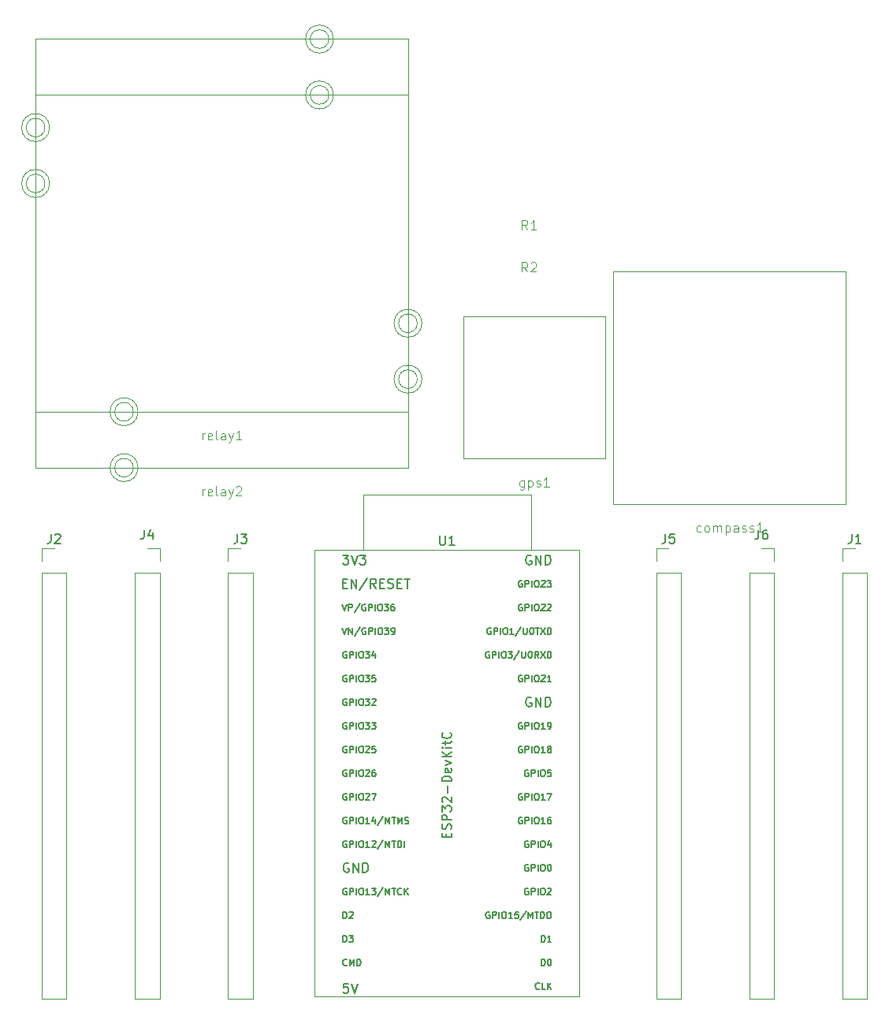
<source format=gbr>
%TF.GenerationSoftware,KiCad,Pcbnew,8.0.1*%
%TF.CreationDate,2024-03-28T18:08:05+03:00*%
%TF.ProjectId,esp32_board,65737033-325f-4626-9f61-72642e6b6963,rev?*%
%TF.SameCoordinates,Original*%
%TF.FileFunction,Legend,Top*%
%TF.FilePolarity,Positive*%
%FSLAX46Y46*%
G04 Gerber Fmt 4.6, Leading zero omitted, Abs format (unit mm)*
G04 Created by KiCad (PCBNEW 8.0.1) date 2024-03-28 18:08:05*
%MOMM*%
%LPD*%
G01*
G04 APERTURE LIST*
%ADD10C,0.150000*%
%ADD11C,0.100000*%
%ADD12C,0.120000*%
G04 APERTURE END LIST*
D10*
X146438095Y-89794819D02*
X146438095Y-90604342D01*
X146438095Y-90604342D02*
X146485714Y-90699580D01*
X146485714Y-90699580D02*
X146533333Y-90747200D01*
X146533333Y-90747200D02*
X146628571Y-90794819D01*
X146628571Y-90794819D02*
X146819047Y-90794819D01*
X146819047Y-90794819D02*
X146914285Y-90747200D01*
X146914285Y-90747200D02*
X146961904Y-90699580D01*
X146961904Y-90699580D02*
X147009523Y-90604342D01*
X147009523Y-90604342D02*
X147009523Y-89794819D01*
X148009523Y-90794819D02*
X147438095Y-90794819D01*
X147723809Y-90794819D02*
X147723809Y-89794819D01*
X147723809Y-89794819D02*
X147628571Y-89937676D01*
X147628571Y-89937676D02*
X147533333Y-90032914D01*
X147533333Y-90032914D02*
X147438095Y-90080533D01*
X147131009Y-122165237D02*
X147131009Y-121831904D01*
X147654819Y-121689047D02*
X147654819Y-122165237D01*
X147654819Y-122165237D02*
X146654819Y-122165237D01*
X146654819Y-122165237D02*
X146654819Y-121689047D01*
X147607200Y-121308094D02*
X147654819Y-121165237D01*
X147654819Y-121165237D02*
X147654819Y-120927142D01*
X147654819Y-120927142D02*
X147607200Y-120831904D01*
X147607200Y-120831904D02*
X147559580Y-120784285D01*
X147559580Y-120784285D02*
X147464342Y-120736666D01*
X147464342Y-120736666D02*
X147369104Y-120736666D01*
X147369104Y-120736666D02*
X147273866Y-120784285D01*
X147273866Y-120784285D02*
X147226247Y-120831904D01*
X147226247Y-120831904D02*
X147178628Y-120927142D01*
X147178628Y-120927142D02*
X147131009Y-121117618D01*
X147131009Y-121117618D02*
X147083390Y-121212856D01*
X147083390Y-121212856D02*
X147035771Y-121260475D01*
X147035771Y-121260475D02*
X146940533Y-121308094D01*
X146940533Y-121308094D02*
X146845295Y-121308094D01*
X146845295Y-121308094D02*
X146750057Y-121260475D01*
X146750057Y-121260475D02*
X146702438Y-121212856D01*
X146702438Y-121212856D02*
X146654819Y-121117618D01*
X146654819Y-121117618D02*
X146654819Y-120879523D01*
X146654819Y-120879523D02*
X146702438Y-120736666D01*
X147654819Y-120308094D02*
X146654819Y-120308094D01*
X146654819Y-120308094D02*
X146654819Y-119927142D01*
X146654819Y-119927142D02*
X146702438Y-119831904D01*
X146702438Y-119831904D02*
X146750057Y-119784285D01*
X146750057Y-119784285D02*
X146845295Y-119736666D01*
X146845295Y-119736666D02*
X146988152Y-119736666D01*
X146988152Y-119736666D02*
X147083390Y-119784285D01*
X147083390Y-119784285D02*
X147131009Y-119831904D01*
X147131009Y-119831904D02*
X147178628Y-119927142D01*
X147178628Y-119927142D02*
X147178628Y-120308094D01*
X146654819Y-119403332D02*
X146654819Y-118784285D01*
X146654819Y-118784285D02*
X147035771Y-119117618D01*
X147035771Y-119117618D02*
X147035771Y-118974761D01*
X147035771Y-118974761D02*
X147083390Y-118879523D01*
X147083390Y-118879523D02*
X147131009Y-118831904D01*
X147131009Y-118831904D02*
X147226247Y-118784285D01*
X147226247Y-118784285D02*
X147464342Y-118784285D01*
X147464342Y-118784285D02*
X147559580Y-118831904D01*
X147559580Y-118831904D02*
X147607200Y-118879523D01*
X147607200Y-118879523D02*
X147654819Y-118974761D01*
X147654819Y-118974761D02*
X147654819Y-119260475D01*
X147654819Y-119260475D02*
X147607200Y-119355713D01*
X147607200Y-119355713D02*
X147559580Y-119403332D01*
X146750057Y-118403332D02*
X146702438Y-118355713D01*
X146702438Y-118355713D02*
X146654819Y-118260475D01*
X146654819Y-118260475D02*
X146654819Y-118022380D01*
X146654819Y-118022380D02*
X146702438Y-117927142D01*
X146702438Y-117927142D02*
X146750057Y-117879523D01*
X146750057Y-117879523D02*
X146845295Y-117831904D01*
X146845295Y-117831904D02*
X146940533Y-117831904D01*
X146940533Y-117831904D02*
X147083390Y-117879523D01*
X147083390Y-117879523D02*
X147654819Y-118450951D01*
X147654819Y-118450951D02*
X147654819Y-117831904D01*
X147273866Y-117403332D02*
X147273866Y-116641428D01*
X147654819Y-116165237D02*
X146654819Y-116165237D01*
X146654819Y-116165237D02*
X146654819Y-115927142D01*
X146654819Y-115927142D02*
X146702438Y-115784285D01*
X146702438Y-115784285D02*
X146797676Y-115689047D01*
X146797676Y-115689047D02*
X146892914Y-115641428D01*
X146892914Y-115641428D02*
X147083390Y-115593809D01*
X147083390Y-115593809D02*
X147226247Y-115593809D01*
X147226247Y-115593809D02*
X147416723Y-115641428D01*
X147416723Y-115641428D02*
X147511961Y-115689047D01*
X147511961Y-115689047D02*
X147607200Y-115784285D01*
X147607200Y-115784285D02*
X147654819Y-115927142D01*
X147654819Y-115927142D02*
X147654819Y-116165237D01*
X147607200Y-114784285D02*
X147654819Y-114879523D01*
X147654819Y-114879523D02*
X147654819Y-115069999D01*
X147654819Y-115069999D02*
X147607200Y-115165237D01*
X147607200Y-115165237D02*
X147511961Y-115212856D01*
X147511961Y-115212856D02*
X147131009Y-115212856D01*
X147131009Y-115212856D02*
X147035771Y-115165237D01*
X147035771Y-115165237D02*
X146988152Y-115069999D01*
X146988152Y-115069999D02*
X146988152Y-114879523D01*
X146988152Y-114879523D02*
X147035771Y-114784285D01*
X147035771Y-114784285D02*
X147131009Y-114736666D01*
X147131009Y-114736666D02*
X147226247Y-114736666D01*
X147226247Y-114736666D02*
X147321485Y-115212856D01*
X146988152Y-114403332D02*
X147654819Y-114165237D01*
X147654819Y-114165237D02*
X146988152Y-113927142D01*
X147654819Y-113546189D02*
X146654819Y-113546189D01*
X147654819Y-112974761D02*
X147083390Y-113403332D01*
X146654819Y-112974761D02*
X147226247Y-113546189D01*
X147654819Y-112546189D02*
X146988152Y-112546189D01*
X146654819Y-112546189D02*
X146702438Y-112593808D01*
X146702438Y-112593808D02*
X146750057Y-112546189D01*
X146750057Y-112546189D02*
X146702438Y-112498570D01*
X146702438Y-112498570D02*
X146654819Y-112546189D01*
X146654819Y-112546189D02*
X146750057Y-112546189D01*
X146988152Y-112212856D02*
X146988152Y-111831904D01*
X146654819Y-112069999D02*
X147511961Y-112069999D01*
X147511961Y-112069999D02*
X147607200Y-112022380D01*
X147607200Y-112022380D02*
X147654819Y-111927142D01*
X147654819Y-111927142D02*
X147654819Y-111831904D01*
X147559580Y-110927142D02*
X147607200Y-110974761D01*
X147607200Y-110974761D02*
X147654819Y-111117618D01*
X147654819Y-111117618D02*
X147654819Y-111212856D01*
X147654819Y-111212856D02*
X147607200Y-111355713D01*
X147607200Y-111355713D02*
X147511961Y-111450951D01*
X147511961Y-111450951D02*
X147416723Y-111498570D01*
X147416723Y-111498570D02*
X147226247Y-111546189D01*
X147226247Y-111546189D02*
X147083390Y-111546189D01*
X147083390Y-111546189D02*
X146892914Y-111498570D01*
X146892914Y-111498570D02*
X146797676Y-111450951D01*
X146797676Y-111450951D02*
X146702438Y-111355713D01*
X146702438Y-111355713D02*
X146654819Y-111212856D01*
X146654819Y-111212856D02*
X146654819Y-111117618D01*
X146654819Y-111117618D02*
X146702438Y-110974761D01*
X146702438Y-110974761D02*
X146750057Y-110927142D01*
X157131315Y-138409366D02*
X157097982Y-138442700D01*
X157097982Y-138442700D02*
X156997982Y-138476033D01*
X156997982Y-138476033D02*
X156931315Y-138476033D01*
X156931315Y-138476033D02*
X156831315Y-138442700D01*
X156831315Y-138442700D02*
X156764649Y-138376033D01*
X156764649Y-138376033D02*
X156731315Y-138309366D01*
X156731315Y-138309366D02*
X156697982Y-138176033D01*
X156697982Y-138176033D02*
X156697982Y-138076033D01*
X156697982Y-138076033D02*
X156731315Y-137942700D01*
X156731315Y-137942700D02*
X156764649Y-137876033D01*
X156764649Y-137876033D02*
X156831315Y-137809366D01*
X156831315Y-137809366D02*
X156931315Y-137776033D01*
X156931315Y-137776033D02*
X156997982Y-137776033D01*
X156997982Y-137776033D02*
X157097982Y-137809366D01*
X157097982Y-137809366D02*
X157131315Y-137842700D01*
X157764649Y-138476033D02*
X157431315Y-138476033D01*
X157431315Y-138476033D02*
X157431315Y-137776033D01*
X157997982Y-138476033D02*
X157997982Y-137776033D01*
X158397982Y-138476033D02*
X158097982Y-138076033D01*
X158397982Y-137776033D02*
X157997982Y-138176033D01*
X151897983Y-99709366D02*
X151831316Y-99676033D01*
X151831316Y-99676033D02*
X151731316Y-99676033D01*
X151731316Y-99676033D02*
X151631316Y-99709366D01*
X151631316Y-99709366D02*
X151564650Y-99776033D01*
X151564650Y-99776033D02*
X151531316Y-99842700D01*
X151531316Y-99842700D02*
X151497983Y-99976033D01*
X151497983Y-99976033D02*
X151497983Y-100076033D01*
X151497983Y-100076033D02*
X151531316Y-100209366D01*
X151531316Y-100209366D02*
X151564650Y-100276033D01*
X151564650Y-100276033D02*
X151631316Y-100342700D01*
X151631316Y-100342700D02*
X151731316Y-100376033D01*
X151731316Y-100376033D02*
X151797983Y-100376033D01*
X151797983Y-100376033D02*
X151897983Y-100342700D01*
X151897983Y-100342700D02*
X151931316Y-100309366D01*
X151931316Y-100309366D02*
X151931316Y-100076033D01*
X151931316Y-100076033D02*
X151797983Y-100076033D01*
X152231316Y-100376033D02*
X152231316Y-99676033D01*
X152231316Y-99676033D02*
X152497983Y-99676033D01*
X152497983Y-99676033D02*
X152564650Y-99709366D01*
X152564650Y-99709366D02*
X152597983Y-99742700D01*
X152597983Y-99742700D02*
X152631316Y-99809366D01*
X152631316Y-99809366D02*
X152631316Y-99909366D01*
X152631316Y-99909366D02*
X152597983Y-99976033D01*
X152597983Y-99976033D02*
X152564650Y-100009366D01*
X152564650Y-100009366D02*
X152497983Y-100042700D01*
X152497983Y-100042700D02*
X152231316Y-100042700D01*
X152931316Y-100376033D02*
X152931316Y-99676033D01*
X153397983Y-99676033D02*
X153531316Y-99676033D01*
X153531316Y-99676033D02*
X153597983Y-99709366D01*
X153597983Y-99709366D02*
X153664649Y-99776033D01*
X153664649Y-99776033D02*
X153697983Y-99909366D01*
X153697983Y-99909366D02*
X153697983Y-100142700D01*
X153697983Y-100142700D02*
X153664649Y-100276033D01*
X153664649Y-100276033D02*
X153597983Y-100342700D01*
X153597983Y-100342700D02*
X153531316Y-100376033D01*
X153531316Y-100376033D02*
X153397983Y-100376033D01*
X153397983Y-100376033D02*
X153331316Y-100342700D01*
X153331316Y-100342700D02*
X153264649Y-100276033D01*
X153264649Y-100276033D02*
X153231316Y-100142700D01*
X153231316Y-100142700D02*
X153231316Y-99909366D01*
X153231316Y-99909366D02*
X153264649Y-99776033D01*
X153264649Y-99776033D02*
X153331316Y-99709366D01*
X153331316Y-99709366D02*
X153397983Y-99676033D01*
X154364649Y-100376033D02*
X153964649Y-100376033D01*
X154164649Y-100376033D02*
X154164649Y-99676033D01*
X154164649Y-99676033D02*
X154097982Y-99776033D01*
X154097982Y-99776033D02*
X154031316Y-99842700D01*
X154031316Y-99842700D02*
X153964649Y-99876033D01*
X155164649Y-99642700D02*
X154564649Y-100542700D01*
X155397982Y-99676033D02*
X155397982Y-100242700D01*
X155397982Y-100242700D02*
X155431316Y-100309366D01*
X155431316Y-100309366D02*
X155464649Y-100342700D01*
X155464649Y-100342700D02*
X155531316Y-100376033D01*
X155531316Y-100376033D02*
X155664649Y-100376033D01*
X155664649Y-100376033D02*
X155731316Y-100342700D01*
X155731316Y-100342700D02*
X155764649Y-100309366D01*
X155764649Y-100309366D02*
X155797982Y-100242700D01*
X155797982Y-100242700D02*
X155797982Y-99676033D01*
X156264649Y-99676033D02*
X156331315Y-99676033D01*
X156331315Y-99676033D02*
X156397982Y-99709366D01*
X156397982Y-99709366D02*
X156431315Y-99742700D01*
X156431315Y-99742700D02*
X156464649Y-99809366D01*
X156464649Y-99809366D02*
X156497982Y-99942700D01*
X156497982Y-99942700D02*
X156497982Y-100109366D01*
X156497982Y-100109366D02*
X156464649Y-100242700D01*
X156464649Y-100242700D02*
X156431315Y-100309366D01*
X156431315Y-100309366D02*
X156397982Y-100342700D01*
X156397982Y-100342700D02*
X156331315Y-100376033D01*
X156331315Y-100376033D02*
X156264649Y-100376033D01*
X156264649Y-100376033D02*
X156197982Y-100342700D01*
X156197982Y-100342700D02*
X156164649Y-100309366D01*
X156164649Y-100309366D02*
X156131315Y-100242700D01*
X156131315Y-100242700D02*
X156097982Y-100109366D01*
X156097982Y-100109366D02*
X156097982Y-99942700D01*
X156097982Y-99942700D02*
X156131315Y-99809366D01*
X156131315Y-99809366D02*
X156164649Y-99742700D01*
X156164649Y-99742700D02*
X156197982Y-99709366D01*
X156197982Y-99709366D02*
X156264649Y-99676033D01*
X156697982Y-99676033D02*
X157097982Y-99676033D01*
X156897982Y-100376033D02*
X156897982Y-99676033D01*
X157264649Y-99676033D02*
X157731315Y-100376033D01*
X157731315Y-99676033D02*
X157264649Y-100376033D01*
X157997982Y-100376033D02*
X157997982Y-99676033D01*
X157997982Y-99676033D02*
X158164649Y-99676033D01*
X158164649Y-99676033D02*
X158264649Y-99709366D01*
X158264649Y-99709366D02*
X158331316Y-99776033D01*
X158331316Y-99776033D02*
X158364649Y-99842700D01*
X158364649Y-99842700D02*
X158397982Y-99976033D01*
X158397982Y-99976033D02*
X158397982Y-100076033D01*
X158397982Y-100076033D02*
X158364649Y-100209366D01*
X158364649Y-100209366D02*
X158331316Y-100276033D01*
X158331316Y-100276033D02*
X158264649Y-100342700D01*
X158264649Y-100342700D02*
X158164649Y-100376033D01*
X158164649Y-100376033D02*
X157997982Y-100376033D01*
X151731316Y-102249366D02*
X151664649Y-102216033D01*
X151664649Y-102216033D02*
X151564649Y-102216033D01*
X151564649Y-102216033D02*
X151464649Y-102249366D01*
X151464649Y-102249366D02*
X151397983Y-102316033D01*
X151397983Y-102316033D02*
X151364649Y-102382700D01*
X151364649Y-102382700D02*
X151331316Y-102516033D01*
X151331316Y-102516033D02*
X151331316Y-102616033D01*
X151331316Y-102616033D02*
X151364649Y-102749366D01*
X151364649Y-102749366D02*
X151397983Y-102816033D01*
X151397983Y-102816033D02*
X151464649Y-102882700D01*
X151464649Y-102882700D02*
X151564649Y-102916033D01*
X151564649Y-102916033D02*
X151631316Y-102916033D01*
X151631316Y-102916033D02*
X151731316Y-102882700D01*
X151731316Y-102882700D02*
X151764649Y-102849366D01*
X151764649Y-102849366D02*
X151764649Y-102616033D01*
X151764649Y-102616033D02*
X151631316Y-102616033D01*
X152064649Y-102916033D02*
X152064649Y-102216033D01*
X152064649Y-102216033D02*
X152331316Y-102216033D01*
X152331316Y-102216033D02*
X152397983Y-102249366D01*
X152397983Y-102249366D02*
X152431316Y-102282700D01*
X152431316Y-102282700D02*
X152464649Y-102349366D01*
X152464649Y-102349366D02*
X152464649Y-102449366D01*
X152464649Y-102449366D02*
X152431316Y-102516033D01*
X152431316Y-102516033D02*
X152397983Y-102549366D01*
X152397983Y-102549366D02*
X152331316Y-102582700D01*
X152331316Y-102582700D02*
X152064649Y-102582700D01*
X152764649Y-102916033D02*
X152764649Y-102216033D01*
X153231316Y-102216033D02*
X153364649Y-102216033D01*
X153364649Y-102216033D02*
X153431316Y-102249366D01*
X153431316Y-102249366D02*
X153497982Y-102316033D01*
X153497982Y-102316033D02*
X153531316Y-102449366D01*
X153531316Y-102449366D02*
X153531316Y-102682700D01*
X153531316Y-102682700D02*
X153497982Y-102816033D01*
X153497982Y-102816033D02*
X153431316Y-102882700D01*
X153431316Y-102882700D02*
X153364649Y-102916033D01*
X153364649Y-102916033D02*
X153231316Y-102916033D01*
X153231316Y-102916033D02*
X153164649Y-102882700D01*
X153164649Y-102882700D02*
X153097982Y-102816033D01*
X153097982Y-102816033D02*
X153064649Y-102682700D01*
X153064649Y-102682700D02*
X153064649Y-102449366D01*
X153064649Y-102449366D02*
X153097982Y-102316033D01*
X153097982Y-102316033D02*
X153164649Y-102249366D01*
X153164649Y-102249366D02*
X153231316Y-102216033D01*
X153764649Y-102216033D02*
X154197982Y-102216033D01*
X154197982Y-102216033D02*
X153964649Y-102482700D01*
X153964649Y-102482700D02*
X154064649Y-102482700D01*
X154064649Y-102482700D02*
X154131315Y-102516033D01*
X154131315Y-102516033D02*
X154164649Y-102549366D01*
X154164649Y-102549366D02*
X154197982Y-102616033D01*
X154197982Y-102616033D02*
X154197982Y-102782700D01*
X154197982Y-102782700D02*
X154164649Y-102849366D01*
X154164649Y-102849366D02*
X154131315Y-102882700D01*
X154131315Y-102882700D02*
X154064649Y-102916033D01*
X154064649Y-102916033D02*
X153864649Y-102916033D01*
X153864649Y-102916033D02*
X153797982Y-102882700D01*
X153797982Y-102882700D02*
X153764649Y-102849366D01*
X154997982Y-102182700D02*
X154397982Y-103082700D01*
X155231315Y-102216033D02*
X155231315Y-102782700D01*
X155231315Y-102782700D02*
X155264649Y-102849366D01*
X155264649Y-102849366D02*
X155297982Y-102882700D01*
X155297982Y-102882700D02*
X155364649Y-102916033D01*
X155364649Y-102916033D02*
X155497982Y-102916033D01*
X155497982Y-102916033D02*
X155564649Y-102882700D01*
X155564649Y-102882700D02*
X155597982Y-102849366D01*
X155597982Y-102849366D02*
X155631315Y-102782700D01*
X155631315Y-102782700D02*
X155631315Y-102216033D01*
X156097982Y-102216033D02*
X156164648Y-102216033D01*
X156164648Y-102216033D02*
X156231315Y-102249366D01*
X156231315Y-102249366D02*
X156264648Y-102282700D01*
X156264648Y-102282700D02*
X156297982Y-102349366D01*
X156297982Y-102349366D02*
X156331315Y-102482700D01*
X156331315Y-102482700D02*
X156331315Y-102649366D01*
X156331315Y-102649366D02*
X156297982Y-102782700D01*
X156297982Y-102782700D02*
X156264648Y-102849366D01*
X156264648Y-102849366D02*
X156231315Y-102882700D01*
X156231315Y-102882700D02*
X156164648Y-102916033D01*
X156164648Y-102916033D02*
X156097982Y-102916033D01*
X156097982Y-102916033D02*
X156031315Y-102882700D01*
X156031315Y-102882700D02*
X155997982Y-102849366D01*
X155997982Y-102849366D02*
X155964648Y-102782700D01*
X155964648Y-102782700D02*
X155931315Y-102649366D01*
X155931315Y-102649366D02*
X155931315Y-102482700D01*
X155931315Y-102482700D02*
X155964648Y-102349366D01*
X155964648Y-102349366D02*
X155997982Y-102282700D01*
X155997982Y-102282700D02*
X156031315Y-102249366D01*
X156031315Y-102249366D02*
X156097982Y-102216033D01*
X157031315Y-102916033D02*
X156797982Y-102582700D01*
X156631315Y-102916033D02*
X156631315Y-102216033D01*
X156631315Y-102216033D02*
X156897982Y-102216033D01*
X156897982Y-102216033D02*
X156964649Y-102249366D01*
X156964649Y-102249366D02*
X156997982Y-102282700D01*
X156997982Y-102282700D02*
X157031315Y-102349366D01*
X157031315Y-102349366D02*
X157031315Y-102449366D01*
X157031315Y-102449366D02*
X156997982Y-102516033D01*
X156997982Y-102516033D02*
X156964649Y-102549366D01*
X156964649Y-102549366D02*
X156897982Y-102582700D01*
X156897982Y-102582700D02*
X156631315Y-102582700D01*
X157264649Y-102216033D02*
X157731315Y-102916033D01*
X157731315Y-102216033D02*
X157264649Y-102916033D01*
X157997982Y-102916033D02*
X157997982Y-102216033D01*
X157997982Y-102216033D02*
X158164649Y-102216033D01*
X158164649Y-102216033D02*
X158264649Y-102249366D01*
X158264649Y-102249366D02*
X158331316Y-102316033D01*
X158331316Y-102316033D02*
X158364649Y-102382700D01*
X158364649Y-102382700D02*
X158397982Y-102516033D01*
X158397982Y-102516033D02*
X158397982Y-102616033D01*
X158397982Y-102616033D02*
X158364649Y-102749366D01*
X158364649Y-102749366D02*
X158331316Y-102816033D01*
X158331316Y-102816033D02*
X158264649Y-102882700D01*
X158264649Y-102882700D02*
X158164649Y-102916033D01*
X158164649Y-102916033D02*
X157997982Y-102916033D01*
X155931316Y-125109366D02*
X155864649Y-125076033D01*
X155864649Y-125076033D02*
X155764649Y-125076033D01*
X155764649Y-125076033D02*
X155664649Y-125109366D01*
X155664649Y-125109366D02*
X155597983Y-125176033D01*
X155597983Y-125176033D02*
X155564649Y-125242700D01*
X155564649Y-125242700D02*
X155531316Y-125376033D01*
X155531316Y-125376033D02*
X155531316Y-125476033D01*
X155531316Y-125476033D02*
X155564649Y-125609366D01*
X155564649Y-125609366D02*
X155597983Y-125676033D01*
X155597983Y-125676033D02*
X155664649Y-125742700D01*
X155664649Y-125742700D02*
X155764649Y-125776033D01*
X155764649Y-125776033D02*
X155831316Y-125776033D01*
X155831316Y-125776033D02*
X155931316Y-125742700D01*
X155931316Y-125742700D02*
X155964649Y-125709366D01*
X155964649Y-125709366D02*
X155964649Y-125476033D01*
X155964649Y-125476033D02*
X155831316Y-125476033D01*
X156264649Y-125776033D02*
X156264649Y-125076033D01*
X156264649Y-125076033D02*
X156531316Y-125076033D01*
X156531316Y-125076033D02*
X156597983Y-125109366D01*
X156597983Y-125109366D02*
X156631316Y-125142700D01*
X156631316Y-125142700D02*
X156664649Y-125209366D01*
X156664649Y-125209366D02*
X156664649Y-125309366D01*
X156664649Y-125309366D02*
X156631316Y-125376033D01*
X156631316Y-125376033D02*
X156597983Y-125409366D01*
X156597983Y-125409366D02*
X156531316Y-125442700D01*
X156531316Y-125442700D02*
X156264649Y-125442700D01*
X156964649Y-125776033D02*
X156964649Y-125076033D01*
X157431316Y-125076033D02*
X157564649Y-125076033D01*
X157564649Y-125076033D02*
X157631316Y-125109366D01*
X157631316Y-125109366D02*
X157697982Y-125176033D01*
X157697982Y-125176033D02*
X157731316Y-125309366D01*
X157731316Y-125309366D02*
X157731316Y-125542700D01*
X157731316Y-125542700D02*
X157697982Y-125676033D01*
X157697982Y-125676033D02*
X157631316Y-125742700D01*
X157631316Y-125742700D02*
X157564649Y-125776033D01*
X157564649Y-125776033D02*
X157431316Y-125776033D01*
X157431316Y-125776033D02*
X157364649Y-125742700D01*
X157364649Y-125742700D02*
X157297982Y-125676033D01*
X157297982Y-125676033D02*
X157264649Y-125542700D01*
X157264649Y-125542700D02*
X157264649Y-125309366D01*
X157264649Y-125309366D02*
X157297982Y-125176033D01*
X157297982Y-125176033D02*
X157364649Y-125109366D01*
X157364649Y-125109366D02*
X157431316Y-125076033D01*
X158164649Y-125076033D02*
X158231315Y-125076033D01*
X158231315Y-125076033D02*
X158297982Y-125109366D01*
X158297982Y-125109366D02*
X158331315Y-125142700D01*
X158331315Y-125142700D02*
X158364649Y-125209366D01*
X158364649Y-125209366D02*
X158397982Y-125342700D01*
X158397982Y-125342700D02*
X158397982Y-125509366D01*
X158397982Y-125509366D02*
X158364649Y-125642700D01*
X158364649Y-125642700D02*
X158331315Y-125709366D01*
X158331315Y-125709366D02*
X158297982Y-125742700D01*
X158297982Y-125742700D02*
X158231315Y-125776033D01*
X158231315Y-125776033D02*
X158164649Y-125776033D01*
X158164649Y-125776033D02*
X158097982Y-125742700D01*
X158097982Y-125742700D02*
X158064649Y-125709366D01*
X158064649Y-125709366D02*
X158031315Y-125642700D01*
X158031315Y-125642700D02*
X157997982Y-125509366D01*
X157997982Y-125509366D02*
X157997982Y-125342700D01*
X157997982Y-125342700D02*
X158031315Y-125209366D01*
X158031315Y-125209366D02*
X158064649Y-125142700D01*
X158064649Y-125142700D02*
X158097982Y-125109366D01*
X158097982Y-125109366D02*
X158164649Y-125076033D01*
X155264649Y-97169366D02*
X155197982Y-97136033D01*
X155197982Y-97136033D02*
X155097982Y-97136033D01*
X155097982Y-97136033D02*
X154997982Y-97169366D01*
X154997982Y-97169366D02*
X154931316Y-97236033D01*
X154931316Y-97236033D02*
X154897982Y-97302700D01*
X154897982Y-97302700D02*
X154864649Y-97436033D01*
X154864649Y-97436033D02*
X154864649Y-97536033D01*
X154864649Y-97536033D02*
X154897982Y-97669366D01*
X154897982Y-97669366D02*
X154931316Y-97736033D01*
X154931316Y-97736033D02*
X154997982Y-97802700D01*
X154997982Y-97802700D02*
X155097982Y-97836033D01*
X155097982Y-97836033D02*
X155164649Y-97836033D01*
X155164649Y-97836033D02*
X155264649Y-97802700D01*
X155264649Y-97802700D02*
X155297982Y-97769366D01*
X155297982Y-97769366D02*
X155297982Y-97536033D01*
X155297982Y-97536033D02*
X155164649Y-97536033D01*
X155597982Y-97836033D02*
X155597982Y-97136033D01*
X155597982Y-97136033D02*
X155864649Y-97136033D01*
X155864649Y-97136033D02*
X155931316Y-97169366D01*
X155931316Y-97169366D02*
X155964649Y-97202700D01*
X155964649Y-97202700D02*
X155997982Y-97269366D01*
X155997982Y-97269366D02*
X155997982Y-97369366D01*
X155997982Y-97369366D02*
X155964649Y-97436033D01*
X155964649Y-97436033D02*
X155931316Y-97469366D01*
X155931316Y-97469366D02*
X155864649Y-97502700D01*
X155864649Y-97502700D02*
X155597982Y-97502700D01*
X156297982Y-97836033D02*
X156297982Y-97136033D01*
X156764649Y-97136033D02*
X156897982Y-97136033D01*
X156897982Y-97136033D02*
X156964649Y-97169366D01*
X156964649Y-97169366D02*
X157031315Y-97236033D01*
X157031315Y-97236033D02*
X157064649Y-97369366D01*
X157064649Y-97369366D02*
X157064649Y-97602700D01*
X157064649Y-97602700D02*
X157031315Y-97736033D01*
X157031315Y-97736033D02*
X156964649Y-97802700D01*
X156964649Y-97802700D02*
X156897982Y-97836033D01*
X156897982Y-97836033D02*
X156764649Y-97836033D01*
X156764649Y-97836033D02*
X156697982Y-97802700D01*
X156697982Y-97802700D02*
X156631315Y-97736033D01*
X156631315Y-97736033D02*
X156597982Y-97602700D01*
X156597982Y-97602700D02*
X156597982Y-97369366D01*
X156597982Y-97369366D02*
X156631315Y-97236033D01*
X156631315Y-97236033D02*
X156697982Y-97169366D01*
X156697982Y-97169366D02*
X156764649Y-97136033D01*
X157331315Y-97202700D02*
X157364648Y-97169366D01*
X157364648Y-97169366D02*
X157431315Y-97136033D01*
X157431315Y-97136033D02*
X157597982Y-97136033D01*
X157597982Y-97136033D02*
X157664648Y-97169366D01*
X157664648Y-97169366D02*
X157697982Y-97202700D01*
X157697982Y-97202700D02*
X157731315Y-97269366D01*
X157731315Y-97269366D02*
X157731315Y-97336033D01*
X157731315Y-97336033D02*
X157697982Y-97436033D01*
X157697982Y-97436033D02*
X157297982Y-97836033D01*
X157297982Y-97836033D02*
X157731315Y-97836033D01*
X157997982Y-97202700D02*
X158031315Y-97169366D01*
X158031315Y-97169366D02*
X158097982Y-97136033D01*
X158097982Y-97136033D02*
X158264649Y-97136033D01*
X158264649Y-97136033D02*
X158331315Y-97169366D01*
X158331315Y-97169366D02*
X158364649Y-97202700D01*
X158364649Y-97202700D02*
X158397982Y-97269366D01*
X158397982Y-97269366D02*
X158397982Y-97336033D01*
X158397982Y-97336033D02*
X158364649Y-97436033D01*
X158364649Y-97436033D02*
X157964649Y-97836033D01*
X157964649Y-97836033D02*
X158397982Y-97836033D01*
X155931316Y-127649366D02*
X155864649Y-127616033D01*
X155864649Y-127616033D02*
X155764649Y-127616033D01*
X155764649Y-127616033D02*
X155664649Y-127649366D01*
X155664649Y-127649366D02*
X155597983Y-127716033D01*
X155597983Y-127716033D02*
X155564649Y-127782700D01*
X155564649Y-127782700D02*
X155531316Y-127916033D01*
X155531316Y-127916033D02*
X155531316Y-128016033D01*
X155531316Y-128016033D02*
X155564649Y-128149366D01*
X155564649Y-128149366D02*
X155597983Y-128216033D01*
X155597983Y-128216033D02*
X155664649Y-128282700D01*
X155664649Y-128282700D02*
X155764649Y-128316033D01*
X155764649Y-128316033D02*
X155831316Y-128316033D01*
X155831316Y-128316033D02*
X155931316Y-128282700D01*
X155931316Y-128282700D02*
X155964649Y-128249366D01*
X155964649Y-128249366D02*
X155964649Y-128016033D01*
X155964649Y-128016033D02*
X155831316Y-128016033D01*
X156264649Y-128316033D02*
X156264649Y-127616033D01*
X156264649Y-127616033D02*
X156531316Y-127616033D01*
X156531316Y-127616033D02*
X156597983Y-127649366D01*
X156597983Y-127649366D02*
X156631316Y-127682700D01*
X156631316Y-127682700D02*
X156664649Y-127749366D01*
X156664649Y-127749366D02*
X156664649Y-127849366D01*
X156664649Y-127849366D02*
X156631316Y-127916033D01*
X156631316Y-127916033D02*
X156597983Y-127949366D01*
X156597983Y-127949366D02*
X156531316Y-127982700D01*
X156531316Y-127982700D02*
X156264649Y-127982700D01*
X156964649Y-128316033D02*
X156964649Y-127616033D01*
X157431316Y-127616033D02*
X157564649Y-127616033D01*
X157564649Y-127616033D02*
X157631316Y-127649366D01*
X157631316Y-127649366D02*
X157697982Y-127716033D01*
X157697982Y-127716033D02*
X157731316Y-127849366D01*
X157731316Y-127849366D02*
X157731316Y-128082700D01*
X157731316Y-128082700D02*
X157697982Y-128216033D01*
X157697982Y-128216033D02*
X157631316Y-128282700D01*
X157631316Y-128282700D02*
X157564649Y-128316033D01*
X157564649Y-128316033D02*
X157431316Y-128316033D01*
X157431316Y-128316033D02*
X157364649Y-128282700D01*
X157364649Y-128282700D02*
X157297982Y-128216033D01*
X157297982Y-128216033D02*
X157264649Y-128082700D01*
X157264649Y-128082700D02*
X157264649Y-127849366D01*
X157264649Y-127849366D02*
X157297982Y-127716033D01*
X157297982Y-127716033D02*
X157364649Y-127649366D01*
X157364649Y-127649366D02*
X157431316Y-127616033D01*
X157997982Y-127682700D02*
X158031315Y-127649366D01*
X158031315Y-127649366D02*
X158097982Y-127616033D01*
X158097982Y-127616033D02*
X158264649Y-127616033D01*
X158264649Y-127616033D02*
X158331315Y-127649366D01*
X158331315Y-127649366D02*
X158364649Y-127682700D01*
X158364649Y-127682700D02*
X158397982Y-127749366D01*
X158397982Y-127749366D02*
X158397982Y-127816033D01*
X158397982Y-127816033D02*
X158364649Y-127916033D01*
X158364649Y-127916033D02*
X157964649Y-128316033D01*
X157964649Y-128316033D02*
X158397982Y-128316033D01*
X136035350Y-133396033D02*
X136035350Y-132696033D01*
X136035350Y-132696033D02*
X136202017Y-132696033D01*
X136202017Y-132696033D02*
X136302017Y-132729366D01*
X136302017Y-132729366D02*
X136368684Y-132796033D01*
X136368684Y-132796033D02*
X136402017Y-132862700D01*
X136402017Y-132862700D02*
X136435350Y-132996033D01*
X136435350Y-132996033D02*
X136435350Y-133096033D01*
X136435350Y-133096033D02*
X136402017Y-133229366D01*
X136402017Y-133229366D02*
X136368684Y-133296033D01*
X136368684Y-133296033D02*
X136302017Y-133362700D01*
X136302017Y-133362700D02*
X136202017Y-133396033D01*
X136202017Y-133396033D02*
X136035350Y-133396033D01*
X136668684Y-132696033D02*
X137102017Y-132696033D01*
X137102017Y-132696033D02*
X136868684Y-132962700D01*
X136868684Y-132962700D02*
X136968684Y-132962700D01*
X136968684Y-132962700D02*
X137035350Y-132996033D01*
X137035350Y-132996033D02*
X137068684Y-133029366D01*
X137068684Y-133029366D02*
X137102017Y-133096033D01*
X137102017Y-133096033D02*
X137102017Y-133262700D01*
X137102017Y-133262700D02*
X137068684Y-133329366D01*
X137068684Y-133329366D02*
X137035350Y-133362700D01*
X137035350Y-133362700D02*
X136968684Y-133396033D01*
X136968684Y-133396033D02*
X136768684Y-133396033D01*
X136768684Y-133396033D02*
X136702017Y-133362700D01*
X136702017Y-133362700D02*
X136668684Y-133329366D01*
X155264649Y-112409366D02*
X155197982Y-112376033D01*
X155197982Y-112376033D02*
X155097982Y-112376033D01*
X155097982Y-112376033D02*
X154997982Y-112409366D01*
X154997982Y-112409366D02*
X154931316Y-112476033D01*
X154931316Y-112476033D02*
X154897982Y-112542700D01*
X154897982Y-112542700D02*
X154864649Y-112676033D01*
X154864649Y-112676033D02*
X154864649Y-112776033D01*
X154864649Y-112776033D02*
X154897982Y-112909366D01*
X154897982Y-112909366D02*
X154931316Y-112976033D01*
X154931316Y-112976033D02*
X154997982Y-113042700D01*
X154997982Y-113042700D02*
X155097982Y-113076033D01*
X155097982Y-113076033D02*
X155164649Y-113076033D01*
X155164649Y-113076033D02*
X155264649Y-113042700D01*
X155264649Y-113042700D02*
X155297982Y-113009366D01*
X155297982Y-113009366D02*
X155297982Y-112776033D01*
X155297982Y-112776033D02*
X155164649Y-112776033D01*
X155597982Y-113076033D02*
X155597982Y-112376033D01*
X155597982Y-112376033D02*
X155864649Y-112376033D01*
X155864649Y-112376033D02*
X155931316Y-112409366D01*
X155931316Y-112409366D02*
X155964649Y-112442700D01*
X155964649Y-112442700D02*
X155997982Y-112509366D01*
X155997982Y-112509366D02*
X155997982Y-112609366D01*
X155997982Y-112609366D02*
X155964649Y-112676033D01*
X155964649Y-112676033D02*
X155931316Y-112709366D01*
X155931316Y-112709366D02*
X155864649Y-112742700D01*
X155864649Y-112742700D02*
X155597982Y-112742700D01*
X156297982Y-113076033D02*
X156297982Y-112376033D01*
X156764649Y-112376033D02*
X156897982Y-112376033D01*
X156897982Y-112376033D02*
X156964649Y-112409366D01*
X156964649Y-112409366D02*
X157031315Y-112476033D01*
X157031315Y-112476033D02*
X157064649Y-112609366D01*
X157064649Y-112609366D02*
X157064649Y-112842700D01*
X157064649Y-112842700D02*
X157031315Y-112976033D01*
X157031315Y-112976033D02*
X156964649Y-113042700D01*
X156964649Y-113042700D02*
X156897982Y-113076033D01*
X156897982Y-113076033D02*
X156764649Y-113076033D01*
X156764649Y-113076033D02*
X156697982Y-113042700D01*
X156697982Y-113042700D02*
X156631315Y-112976033D01*
X156631315Y-112976033D02*
X156597982Y-112842700D01*
X156597982Y-112842700D02*
X156597982Y-112609366D01*
X156597982Y-112609366D02*
X156631315Y-112476033D01*
X156631315Y-112476033D02*
X156697982Y-112409366D01*
X156697982Y-112409366D02*
X156764649Y-112376033D01*
X157731315Y-113076033D02*
X157331315Y-113076033D01*
X157531315Y-113076033D02*
X157531315Y-112376033D01*
X157531315Y-112376033D02*
X157464648Y-112476033D01*
X157464648Y-112476033D02*
X157397982Y-112542700D01*
X157397982Y-112542700D02*
X157331315Y-112576033D01*
X158131315Y-112676033D02*
X158064649Y-112642700D01*
X158064649Y-112642700D02*
X158031315Y-112609366D01*
X158031315Y-112609366D02*
X157997982Y-112542700D01*
X157997982Y-112542700D02*
X157997982Y-112509366D01*
X157997982Y-112509366D02*
X158031315Y-112442700D01*
X158031315Y-112442700D02*
X158064649Y-112409366D01*
X158064649Y-112409366D02*
X158131315Y-112376033D01*
X158131315Y-112376033D02*
X158264649Y-112376033D01*
X158264649Y-112376033D02*
X158331315Y-112409366D01*
X158331315Y-112409366D02*
X158364649Y-112442700D01*
X158364649Y-112442700D02*
X158397982Y-112509366D01*
X158397982Y-112509366D02*
X158397982Y-112542700D01*
X158397982Y-112542700D02*
X158364649Y-112609366D01*
X158364649Y-112609366D02*
X158331315Y-112642700D01*
X158331315Y-112642700D02*
X158264649Y-112676033D01*
X158264649Y-112676033D02*
X158131315Y-112676033D01*
X158131315Y-112676033D02*
X158064649Y-112709366D01*
X158064649Y-112709366D02*
X158031315Y-112742700D01*
X158031315Y-112742700D02*
X157997982Y-112809366D01*
X157997982Y-112809366D02*
X157997982Y-112942700D01*
X157997982Y-112942700D02*
X158031315Y-113009366D01*
X158031315Y-113009366D02*
X158064649Y-113042700D01*
X158064649Y-113042700D02*
X158131315Y-113076033D01*
X158131315Y-113076033D02*
X158264649Y-113076033D01*
X158264649Y-113076033D02*
X158331315Y-113042700D01*
X158331315Y-113042700D02*
X158364649Y-113009366D01*
X158364649Y-113009366D02*
X158397982Y-112942700D01*
X158397982Y-112942700D02*
X158397982Y-112809366D01*
X158397982Y-112809366D02*
X158364649Y-112742700D01*
X158364649Y-112742700D02*
X158331315Y-112709366D01*
X158331315Y-112709366D02*
X158264649Y-112676033D01*
X136035350Y-130856033D02*
X136035350Y-130156033D01*
X136035350Y-130156033D02*
X136202017Y-130156033D01*
X136202017Y-130156033D02*
X136302017Y-130189366D01*
X136302017Y-130189366D02*
X136368684Y-130256033D01*
X136368684Y-130256033D02*
X136402017Y-130322700D01*
X136402017Y-130322700D02*
X136435350Y-130456033D01*
X136435350Y-130456033D02*
X136435350Y-130556033D01*
X136435350Y-130556033D02*
X136402017Y-130689366D01*
X136402017Y-130689366D02*
X136368684Y-130756033D01*
X136368684Y-130756033D02*
X136302017Y-130822700D01*
X136302017Y-130822700D02*
X136202017Y-130856033D01*
X136202017Y-130856033D02*
X136035350Y-130856033D01*
X136702017Y-130222700D02*
X136735350Y-130189366D01*
X136735350Y-130189366D02*
X136802017Y-130156033D01*
X136802017Y-130156033D02*
X136968684Y-130156033D01*
X136968684Y-130156033D02*
X137035350Y-130189366D01*
X137035350Y-130189366D02*
X137068684Y-130222700D01*
X137068684Y-130222700D02*
X137102017Y-130289366D01*
X137102017Y-130289366D02*
X137102017Y-130356033D01*
X137102017Y-130356033D02*
X137068684Y-130456033D01*
X137068684Y-130456033D02*
X136668684Y-130856033D01*
X136668684Y-130856033D02*
X137102017Y-130856033D01*
X157331315Y-135936033D02*
X157331315Y-135236033D01*
X157331315Y-135236033D02*
X157497982Y-135236033D01*
X157497982Y-135236033D02*
X157597982Y-135269366D01*
X157597982Y-135269366D02*
X157664649Y-135336033D01*
X157664649Y-135336033D02*
X157697982Y-135402700D01*
X157697982Y-135402700D02*
X157731315Y-135536033D01*
X157731315Y-135536033D02*
X157731315Y-135636033D01*
X157731315Y-135636033D02*
X157697982Y-135769366D01*
X157697982Y-135769366D02*
X157664649Y-135836033D01*
X157664649Y-135836033D02*
X157597982Y-135902700D01*
X157597982Y-135902700D02*
X157497982Y-135936033D01*
X157497982Y-135936033D02*
X157331315Y-135936033D01*
X158164649Y-135236033D02*
X158231315Y-135236033D01*
X158231315Y-135236033D02*
X158297982Y-135269366D01*
X158297982Y-135269366D02*
X158331315Y-135302700D01*
X158331315Y-135302700D02*
X158364649Y-135369366D01*
X158364649Y-135369366D02*
X158397982Y-135502700D01*
X158397982Y-135502700D02*
X158397982Y-135669366D01*
X158397982Y-135669366D02*
X158364649Y-135802700D01*
X158364649Y-135802700D02*
X158331315Y-135869366D01*
X158331315Y-135869366D02*
X158297982Y-135902700D01*
X158297982Y-135902700D02*
X158231315Y-135936033D01*
X158231315Y-135936033D02*
X158164649Y-135936033D01*
X158164649Y-135936033D02*
X158097982Y-135902700D01*
X158097982Y-135902700D02*
X158064649Y-135869366D01*
X158064649Y-135869366D02*
X158031315Y-135802700D01*
X158031315Y-135802700D02*
X157997982Y-135669366D01*
X157997982Y-135669366D02*
X157997982Y-135502700D01*
X157997982Y-135502700D02*
X158031315Y-135369366D01*
X158031315Y-135369366D02*
X158064649Y-135302700D01*
X158064649Y-135302700D02*
X158097982Y-135269366D01*
X158097982Y-135269366D02*
X158164649Y-135236033D01*
X136402017Y-107329366D02*
X136335350Y-107296033D01*
X136335350Y-107296033D02*
X136235350Y-107296033D01*
X136235350Y-107296033D02*
X136135350Y-107329366D01*
X136135350Y-107329366D02*
X136068684Y-107396033D01*
X136068684Y-107396033D02*
X136035350Y-107462700D01*
X136035350Y-107462700D02*
X136002017Y-107596033D01*
X136002017Y-107596033D02*
X136002017Y-107696033D01*
X136002017Y-107696033D02*
X136035350Y-107829366D01*
X136035350Y-107829366D02*
X136068684Y-107896033D01*
X136068684Y-107896033D02*
X136135350Y-107962700D01*
X136135350Y-107962700D02*
X136235350Y-107996033D01*
X136235350Y-107996033D02*
X136302017Y-107996033D01*
X136302017Y-107996033D02*
X136402017Y-107962700D01*
X136402017Y-107962700D02*
X136435350Y-107929366D01*
X136435350Y-107929366D02*
X136435350Y-107696033D01*
X136435350Y-107696033D02*
X136302017Y-107696033D01*
X136735350Y-107996033D02*
X136735350Y-107296033D01*
X136735350Y-107296033D02*
X137002017Y-107296033D01*
X137002017Y-107296033D02*
X137068684Y-107329366D01*
X137068684Y-107329366D02*
X137102017Y-107362700D01*
X137102017Y-107362700D02*
X137135350Y-107429366D01*
X137135350Y-107429366D02*
X137135350Y-107529366D01*
X137135350Y-107529366D02*
X137102017Y-107596033D01*
X137102017Y-107596033D02*
X137068684Y-107629366D01*
X137068684Y-107629366D02*
X137002017Y-107662700D01*
X137002017Y-107662700D02*
X136735350Y-107662700D01*
X137435350Y-107996033D02*
X137435350Y-107296033D01*
X137902017Y-107296033D02*
X138035350Y-107296033D01*
X138035350Y-107296033D02*
X138102017Y-107329366D01*
X138102017Y-107329366D02*
X138168683Y-107396033D01*
X138168683Y-107396033D02*
X138202017Y-107529366D01*
X138202017Y-107529366D02*
X138202017Y-107762700D01*
X138202017Y-107762700D02*
X138168683Y-107896033D01*
X138168683Y-107896033D02*
X138102017Y-107962700D01*
X138102017Y-107962700D02*
X138035350Y-107996033D01*
X138035350Y-107996033D02*
X137902017Y-107996033D01*
X137902017Y-107996033D02*
X137835350Y-107962700D01*
X137835350Y-107962700D02*
X137768683Y-107896033D01*
X137768683Y-107896033D02*
X137735350Y-107762700D01*
X137735350Y-107762700D02*
X137735350Y-107529366D01*
X137735350Y-107529366D02*
X137768683Y-107396033D01*
X137768683Y-107396033D02*
X137835350Y-107329366D01*
X137835350Y-107329366D02*
X137902017Y-107296033D01*
X138435350Y-107296033D02*
X138868683Y-107296033D01*
X138868683Y-107296033D02*
X138635350Y-107562700D01*
X138635350Y-107562700D02*
X138735350Y-107562700D01*
X138735350Y-107562700D02*
X138802016Y-107596033D01*
X138802016Y-107596033D02*
X138835350Y-107629366D01*
X138835350Y-107629366D02*
X138868683Y-107696033D01*
X138868683Y-107696033D02*
X138868683Y-107862700D01*
X138868683Y-107862700D02*
X138835350Y-107929366D01*
X138835350Y-107929366D02*
X138802016Y-107962700D01*
X138802016Y-107962700D02*
X138735350Y-107996033D01*
X138735350Y-107996033D02*
X138535350Y-107996033D01*
X138535350Y-107996033D02*
X138468683Y-107962700D01*
X138468683Y-107962700D02*
X138435350Y-107929366D01*
X139135350Y-107362700D02*
X139168683Y-107329366D01*
X139168683Y-107329366D02*
X139235350Y-107296033D01*
X139235350Y-107296033D02*
X139402017Y-107296033D01*
X139402017Y-107296033D02*
X139468683Y-107329366D01*
X139468683Y-107329366D02*
X139502017Y-107362700D01*
X139502017Y-107362700D02*
X139535350Y-107429366D01*
X139535350Y-107429366D02*
X139535350Y-107496033D01*
X139535350Y-107496033D02*
X139502017Y-107596033D01*
X139502017Y-107596033D02*
X139102017Y-107996033D01*
X139102017Y-107996033D02*
X139535350Y-107996033D01*
X135935350Y-99676033D02*
X136168684Y-100376033D01*
X136168684Y-100376033D02*
X136402017Y-99676033D01*
X136635350Y-100376033D02*
X136635350Y-99676033D01*
X136635350Y-99676033D02*
X137035350Y-100376033D01*
X137035350Y-100376033D02*
X137035350Y-99676033D01*
X137868683Y-99642700D02*
X137268683Y-100542700D01*
X138468683Y-99709366D02*
X138402016Y-99676033D01*
X138402016Y-99676033D02*
X138302016Y-99676033D01*
X138302016Y-99676033D02*
X138202016Y-99709366D01*
X138202016Y-99709366D02*
X138135350Y-99776033D01*
X138135350Y-99776033D02*
X138102016Y-99842700D01*
X138102016Y-99842700D02*
X138068683Y-99976033D01*
X138068683Y-99976033D02*
X138068683Y-100076033D01*
X138068683Y-100076033D02*
X138102016Y-100209366D01*
X138102016Y-100209366D02*
X138135350Y-100276033D01*
X138135350Y-100276033D02*
X138202016Y-100342700D01*
X138202016Y-100342700D02*
X138302016Y-100376033D01*
X138302016Y-100376033D02*
X138368683Y-100376033D01*
X138368683Y-100376033D02*
X138468683Y-100342700D01*
X138468683Y-100342700D02*
X138502016Y-100309366D01*
X138502016Y-100309366D02*
X138502016Y-100076033D01*
X138502016Y-100076033D02*
X138368683Y-100076033D01*
X138802016Y-100376033D02*
X138802016Y-99676033D01*
X138802016Y-99676033D02*
X139068683Y-99676033D01*
X139068683Y-99676033D02*
X139135350Y-99709366D01*
X139135350Y-99709366D02*
X139168683Y-99742700D01*
X139168683Y-99742700D02*
X139202016Y-99809366D01*
X139202016Y-99809366D02*
X139202016Y-99909366D01*
X139202016Y-99909366D02*
X139168683Y-99976033D01*
X139168683Y-99976033D02*
X139135350Y-100009366D01*
X139135350Y-100009366D02*
X139068683Y-100042700D01*
X139068683Y-100042700D02*
X138802016Y-100042700D01*
X139502016Y-100376033D02*
X139502016Y-99676033D01*
X139968683Y-99676033D02*
X140102016Y-99676033D01*
X140102016Y-99676033D02*
X140168683Y-99709366D01*
X140168683Y-99709366D02*
X140235349Y-99776033D01*
X140235349Y-99776033D02*
X140268683Y-99909366D01*
X140268683Y-99909366D02*
X140268683Y-100142700D01*
X140268683Y-100142700D02*
X140235349Y-100276033D01*
X140235349Y-100276033D02*
X140168683Y-100342700D01*
X140168683Y-100342700D02*
X140102016Y-100376033D01*
X140102016Y-100376033D02*
X139968683Y-100376033D01*
X139968683Y-100376033D02*
X139902016Y-100342700D01*
X139902016Y-100342700D02*
X139835349Y-100276033D01*
X139835349Y-100276033D02*
X139802016Y-100142700D01*
X139802016Y-100142700D02*
X139802016Y-99909366D01*
X139802016Y-99909366D02*
X139835349Y-99776033D01*
X139835349Y-99776033D02*
X139902016Y-99709366D01*
X139902016Y-99709366D02*
X139968683Y-99676033D01*
X140502016Y-99676033D02*
X140935349Y-99676033D01*
X140935349Y-99676033D02*
X140702016Y-99942700D01*
X140702016Y-99942700D02*
X140802016Y-99942700D01*
X140802016Y-99942700D02*
X140868682Y-99976033D01*
X140868682Y-99976033D02*
X140902016Y-100009366D01*
X140902016Y-100009366D02*
X140935349Y-100076033D01*
X140935349Y-100076033D02*
X140935349Y-100242700D01*
X140935349Y-100242700D02*
X140902016Y-100309366D01*
X140902016Y-100309366D02*
X140868682Y-100342700D01*
X140868682Y-100342700D02*
X140802016Y-100376033D01*
X140802016Y-100376033D02*
X140602016Y-100376033D01*
X140602016Y-100376033D02*
X140535349Y-100342700D01*
X140535349Y-100342700D02*
X140502016Y-100309366D01*
X141268683Y-100376033D02*
X141402016Y-100376033D01*
X141402016Y-100376033D02*
X141468683Y-100342700D01*
X141468683Y-100342700D02*
X141502016Y-100309366D01*
X141502016Y-100309366D02*
X141568683Y-100209366D01*
X141568683Y-100209366D02*
X141602016Y-100076033D01*
X141602016Y-100076033D02*
X141602016Y-99809366D01*
X141602016Y-99809366D02*
X141568683Y-99742700D01*
X141568683Y-99742700D02*
X141535349Y-99709366D01*
X141535349Y-99709366D02*
X141468683Y-99676033D01*
X141468683Y-99676033D02*
X141335349Y-99676033D01*
X141335349Y-99676033D02*
X141268683Y-99709366D01*
X141268683Y-99709366D02*
X141235349Y-99742700D01*
X141235349Y-99742700D02*
X141202016Y-99809366D01*
X141202016Y-99809366D02*
X141202016Y-99976033D01*
X141202016Y-99976033D02*
X141235349Y-100042700D01*
X141235349Y-100042700D02*
X141268683Y-100076033D01*
X141268683Y-100076033D02*
X141335349Y-100109366D01*
X141335349Y-100109366D02*
X141468683Y-100109366D01*
X141468683Y-100109366D02*
X141535349Y-100076033D01*
X141535349Y-100076033D02*
X141568683Y-100042700D01*
X141568683Y-100042700D02*
X141602016Y-99976033D01*
X155264649Y-120029366D02*
X155197982Y-119996033D01*
X155197982Y-119996033D02*
X155097982Y-119996033D01*
X155097982Y-119996033D02*
X154997982Y-120029366D01*
X154997982Y-120029366D02*
X154931316Y-120096033D01*
X154931316Y-120096033D02*
X154897982Y-120162700D01*
X154897982Y-120162700D02*
X154864649Y-120296033D01*
X154864649Y-120296033D02*
X154864649Y-120396033D01*
X154864649Y-120396033D02*
X154897982Y-120529366D01*
X154897982Y-120529366D02*
X154931316Y-120596033D01*
X154931316Y-120596033D02*
X154997982Y-120662700D01*
X154997982Y-120662700D02*
X155097982Y-120696033D01*
X155097982Y-120696033D02*
X155164649Y-120696033D01*
X155164649Y-120696033D02*
X155264649Y-120662700D01*
X155264649Y-120662700D02*
X155297982Y-120629366D01*
X155297982Y-120629366D02*
X155297982Y-120396033D01*
X155297982Y-120396033D02*
X155164649Y-120396033D01*
X155597982Y-120696033D02*
X155597982Y-119996033D01*
X155597982Y-119996033D02*
X155864649Y-119996033D01*
X155864649Y-119996033D02*
X155931316Y-120029366D01*
X155931316Y-120029366D02*
X155964649Y-120062700D01*
X155964649Y-120062700D02*
X155997982Y-120129366D01*
X155997982Y-120129366D02*
X155997982Y-120229366D01*
X155997982Y-120229366D02*
X155964649Y-120296033D01*
X155964649Y-120296033D02*
X155931316Y-120329366D01*
X155931316Y-120329366D02*
X155864649Y-120362700D01*
X155864649Y-120362700D02*
X155597982Y-120362700D01*
X156297982Y-120696033D02*
X156297982Y-119996033D01*
X156764649Y-119996033D02*
X156897982Y-119996033D01*
X156897982Y-119996033D02*
X156964649Y-120029366D01*
X156964649Y-120029366D02*
X157031315Y-120096033D01*
X157031315Y-120096033D02*
X157064649Y-120229366D01*
X157064649Y-120229366D02*
X157064649Y-120462700D01*
X157064649Y-120462700D02*
X157031315Y-120596033D01*
X157031315Y-120596033D02*
X156964649Y-120662700D01*
X156964649Y-120662700D02*
X156897982Y-120696033D01*
X156897982Y-120696033D02*
X156764649Y-120696033D01*
X156764649Y-120696033D02*
X156697982Y-120662700D01*
X156697982Y-120662700D02*
X156631315Y-120596033D01*
X156631315Y-120596033D02*
X156597982Y-120462700D01*
X156597982Y-120462700D02*
X156597982Y-120229366D01*
X156597982Y-120229366D02*
X156631315Y-120096033D01*
X156631315Y-120096033D02*
X156697982Y-120029366D01*
X156697982Y-120029366D02*
X156764649Y-119996033D01*
X157731315Y-120696033D02*
X157331315Y-120696033D01*
X157531315Y-120696033D02*
X157531315Y-119996033D01*
X157531315Y-119996033D02*
X157464648Y-120096033D01*
X157464648Y-120096033D02*
X157397982Y-120162700D01*
X157397982Y-120162700D02*
X157331315Y-120196033D01*
X158331315Y-119996033D02*
X158197982Y-119996033D01*
X158197982Y-119996033D02*
X158131315Y-120029366D01*
X158131315Y-120029366D02*
X158097982Y-120062700D01*
X158097982Y-120062700D02*
X158031315Y-120162700D01*
X158031315Y-120162700D02*
X157997982Y-120296033D01*
X157997982Y-120296033D02*
X157997982Y-120562700D01*
X157997982Y-120562700D02*
X158031315Y-120629366D01*
X158031315Y-120629366D02*
X158064649Y-120662700D01*
X158064649Y-120662700D02*
X158131315Y-120696033D01*
X158131315Y-120696033D02*
X158264649Y-120696033D01*
X158264649Y-120696033D02*
X158331315Y-120662700D01*
X158331315Y-120662700D02*
X158364649Y-120629366D01*
X158364649Y-120629366D02*
X158397982Y-120562700D01*
X158397982Y-120562700D02*
X158397982Y-120396033D01*
X158397982Y-120396033D02*
X158364649Y-120329366D01*
X158364649Y-120329366D02*
X158331315Y-120296033D01*
X158331315Y-120296033D02*
X158264649Y-120262700D01*
X158264649Y-120262700D02*
X158131315Y-120262700D01*
X158131315Y-120262700D02*
X158064649Y-120296033D01*
X158064649Y-120296033D02*
X158031315Y-120329366D01*
X158031315Y-120329366D02*
X157997982Y-120396033D01*
X155264649Y-94629366D02*
X155197982Y-94596033D01*
X155197982Y-94596033D02*
X155097982Y-94596033D01*
X155097982Y-94596033D02*
X154997982Y-94629366D01*
X154997982Y-94629366D02*
X154931316Y-94696033D01*
X154931316Y-94696033D02*
X154897982Y-94762700D01*
X154897982Y-94762700D02*
X154864649Y-94896033D01*
X154864649Y-94896033D02*
X154864649Y-94996033D01*
X154864649Y-94996033D02*
X154897982Y-95129366D01*
X154897982Y-95129366D02*
X154931316Y-95196033D01*
X154931316Y-95196033D02*
X154997982Y-95262700D01*
X154997982Y-95262700D02*
X155097982Y-95296033D01*
X155097982Y-95296033D02*
X155164649Y-95296033D01*
X155164649Y-95296033D02*
X155264649Y-95262700D01*
X155264649Y-95262700D02*
X155297982Y-95229366D01*
X155297982Y-95229366D02*
X155297982Y-94996033D01*
X155297982Y-94996033D02*
X155164649Y-94996033D01*
X155597982Y-95296033D02*
X155597982Y-94596033D01*
X155597982Y-94596033D02*
X155864649Y-94596033D01*
X155864649Y-94596033D02*
X155931316Y-94629366D01*
X155931316Y-94629366D02*
X155964649Y-94662700D01*
X155964649Y-94662700D02*
X155997982Y-94729366D01*
X155997982Y-94729366D02*
X155997982Y-94829366D01*
X155997982Y-94829366D02*
X155964649Y-94896033D01*
X155964649Y-94896033D02*
X155931316Y-94929366D01*
X155931316Y-94929366D02*
X155864649Y-94962700D01*
X155864649Y-94962700D02*
X155597982Y-94962700D01*
X156297982Y-95296033D02*
X156297982Y-94596033D01*
X156764649Y-94596033D02*
X156897982Y-94596033D01*
X156897982Y-94596033D02*
X156964649Y-94629366D01*
X156964649Y-94629366D02*
X157031315Y-94696033D01*
X157031315Y-94696033D02*
X157064649Y-94829366D01*
X157064649Y-94829366D02*
X157064649Y-95062700D01*
X157064649Y-95062700D02*
X157031315Y-95196033D01*
X157031315Y-95196033D02*
X156964649Y-95262700D01*
X156964649Y-95262700D02*
X156897982Y-95296033D01*
X156897982Y-95296033D02*
X156764649Y-95296033D01*
X156764649Y-95296033D02*
X156697982Y-95262700D01*
X156697982Y-95262700D02*
X156631315Y-95196033D01*
X156631315Y-95196033D02*
X156597982Y-95062700D01*
X156597982Y-95062700D02*
X156597982Y-94829366D01*
X156597982Y-94829366D02*
X156631315Y-94696033D01*
X156631315Y-94696033D02*
X156697982Y-94629366D01*
X156697982Y-94629366D02*
X156764649Y-94596033D01*
X157331315Y-94662700D02*
X157364648Y-94629366D01*
X157364648Y-94629366D02*
X157431315Y-94596033D01*
X157431315Y-94596033D02*
X157597982Y-94596033D01*
X157597982Y-94596033D02*
X157664648Y-94629366D01*
X157664648Y-94629366D02*
X157697982Y-94662700D01*
X157697982Y-94662700D02*
X157731315Y-94729366D01*
X157731315Y-94729366D02*
X157731315Y-94796033D01*
X157731315Y-94796033D02*
X157697982Y-94896033D01*
X157697982Y-94896033D02*
X157297982Y-95296033D01*
X157297982Y-95296033D02*
X157731315Y-95296033D01*
X157964649Y-94596033D02*
X158397982Y-94596033D01*
X158397982Y-94596033D02*
X158164649Y-94862700D01*
X158164649Y-94862700D02*
X158264649Y-94862700D01*
X158264649Y-94862700D02*
X158331315Y-94896033D01*
X158331315Y-94896033D02*
X158364649Y-94929366D01*
X158364649Y-94929366D02*
X158397982Y-94996033D01*
X158397982Y-94996033D02*
X158397982Y-95162700D01*
X158397982Y-95162700D02*
X158364649Y-95229366D01*
X158364649Y-95229366D02*
X158331315Y-95262700D01*
X158331315Y-95262700D02*
X158264649Y-95296033D01*
X158264649Y-95296033D02*
X158064649Y-95296033D01*
X158064649Y-95296033D02*
X157997982Y-95262700D01*
X157997982Y-95262700D02*
X157964649Y-95229366D01*
X155264649Y-109869366D02*
X155197982Y-109836033D01*
X155197982Y-109836033D02*
X155097982Y-109836033D01*
X155097982Y-109836033D02*
X154997982Y-109869366D01*
X154997982Y-109869366D02*
X154931316Y-109936033D01*
X154931316Y-109936033D02*
X154897982Y-110002700D01*
X154897982Y-110002700D02*
X154864649Y-110136033D01*
X154864649Y-110136033D02*
X154864649Y-110236033D01*
X154864649Y-110236033D02*
X154897982Y-110369366D01*
X154897982Y-110369366D02*
X154931316Y-110436033D01*
X154931316Y-110436033D02*
X154997982Y-110502700D01*
X154997982Y-110502700D02*
X155097982Y-110536033D01*
X155097982Y-110536033D02*
X155164649Y-110536033D01*
X155164649Y-110536033D02*
X155264649Y-110502700D01*
X155264649Y-110502700D02*
X155297982Y-110469366D01*
X155297982Y-110469366D02*
X155297982Y-110236033D01*
X155297982Y-110236033D02*
X155164649Y-110236033D01*
X155597982Y-110536033D02*
X155597982Y-109836033D01*
X155597982Y-109836033D02*
X155864649Y-109836033D01*
X155864649Y-109836033D02*
X155931316Y-109869366D01*
X155931316Y-109869366D02*
X155964649Y-109902700D01*
X155964649Y-109902700D02*
X155997982Y-109969366D01*
X155997982Y-109969366D02*
X155997982Y-110069366D01*
X155997982Y-110069366D02*
X155964649Y-110136033D01*
X155964649Y-110136033D02*
X155931316Y-110169366D01*
X155931316Y-110169366D02*
X155864649Y-110202700D01*
X155864649Y-110202700D02*
X155597982Y-110202700D01*
X156297982Y-110536033D02*
X156297982Y-109836033D01*
X156764649Y-109836033D02*
X156897982Y-109836033D01*
X156897982Y-109836033D02*
X156964649Y-109869366D01*
X156964649Y-109869366D02*
X157031315Y-109936033D01*
X157031315Y-109936033D02*
X157064649Y-110069366D01*
X157064649Y-110069366D02*
X157064649Y-110302700D01*
X157064649Y-110302700D02*
X157031315Y-110436033D01*
X157031315Y-110436033D02*
X156964649Y-110502700D01*
X156964649Y-110502700D02*
X156897982Y-110536033D01*
X156897982Y-110536033D02*
X156764649Y-110536033D01*
X156764649Y-110536033D02*
X156697982Y-110502700D01*
X156697982Y-110502700D02*
X156631315Y-110436033D01*
X156631315Y-110436033D02*
X156597982Y-110302700D01*
X156597982Y-110302700D02*
X156597982Y-110069366D01*
X156597982Y-110069366D02*
X156631315Y-109936033D01*
X156631315Y-109936033D02*
X156697982Y-109869366D01*
X156697982Y-109869366D02*
X156764649Y-109836033D01*
X157731315Y-110536033D02*
X157331315Y-110536033D01*
X157531315Y-110536033D02*
X157531315Y-109836033D01*
X157531315Y-109836033D02*
X157464648Y-109936033D01*
X157464648Y-109936033D02*
X157397982Y-110002700D01*
X157397982Y-110002700D02*
X157331315Y-110036033D01*
X158064649Y-110536033D02*
X158197982Y-110536033D01*
X158197982Y-110536033D02*
X158264649Y-110502700D01*
X158264649Y-110502700D02*
X158297982Y-110469366D01*
X158297982Y-110469366D02*
X158364649Y-110369366D01*
X158364649Y-110369366D02*
X158397982Y-110236033D01*
X158397982Y-110236033D02*
X158397982Y-109969366D01*
X158397982Y-109969366D02*
X158364649Y-109902700D01*
X158364649Y-109902700D02*
X158331315Y-109869366D01*
X158331315Y-109869366D02*
X158264649Y-109836033D01*
X158264649Y-109836033D02*
X158131315Y-109836033D01*
X158131315Y-109836033D02*
X158064649Y-109869366D01*
X158064649Y-109869366D02*
X158031315Y-109902700D01*
X158031315Y-109902700D02*
X157997982Y-109969366D01*
X157997982Y-109969366D02*
X157997982Y-110136033D01*
X157997982Y-110136033D02*
X158031315Y-110202700D01*
X158031315Y-110202700D02*
X158064649Y-110236033D01*
X158064649Y-110236033D02*
X158131315Y-110269366D01*
X158131315Y-110269366D02*
X158264649Y-110269366D01*
X158264649Y-110269366D02*
X158331315Y-110236033D01*
X158331315Y-110236033D02*
X158364649Y-110202700D01*
X158364649Y-110202700D02*
X158397982Y-110136033D01*
X155264649Y-104789366D02*
X155197982Y-104756033D01*
X155197982Y-104756033D02*
X155097982Y-104756033D01*
X155097982Y-104756033D02*
X154997982Y-104789366D01*
X154997982Y-104789366D02*
X154931316Y-104856033D01*
X154931316Y-104856033D02*
X154897982Y-104922700D01*
X154897982Y-104922700D02*
X154864649Y-105056033D01*
X154864649Y-105056033D02*
X154864649Y-105156033D01*
X154864649Y-105156033D02*
X154897982Y-105289366D01*
X154897982Y-105289366D02*
X154931316Y-105356033D01*
X154931316Y-105356033D02*
X154997982Y-105422700D01*
X154997982Y-105422700D02*
X155097982Y-105456033D01*
X155097982Y-105456033D02*
X155164649Y-105456033D01*
X155164649Y-105456033D02*
X155264649Y-105422700D01*
X155264649Y-105422700D02*
X155297982Y-105389366D01*
X155297982Y-105389366D02*
X155297982Y-105156033D01*
X155297982Y-105156033D02*
X155164649Y-105156033D01*
X155597982Y-105456033D02*
X155597982Y-104756033D01*
X155597982Y-104756033D02*
X155864649Y-104756033D01*
X155864649Y-104756033D02*
X155931316Y-104789366D01*
X155931316Y-104789366D02*
X155964649Y-104822700D01*
X155964649Y-104822700D02*
X155997982Y-104889366D01*
X155997982Y-104889366D02*
X155997982Y-104989366D01*
X155997982Y-104989366D02*
X155964649Y-105056033D01*
X155964649Y-105056033D02*
X155931316Y-105089366D01*
X155931316Y-105089366D02*
X155864649Y-105122700D01*
X155864649Y-105122700D02*
X155597982Y-105122700D01*
X156297982Y-105456033D02*
X156297982Y-104756033D01*
X156764649Y-104756033D02*
X156897982Y-104756033D01*
X156897982Y-104756033D02*
X156964649Y-104789366D01*
X156964649Y-104789366D02*
X157031315Y-104856033D01*
X157031315Y-104856033D02*
X157064649Y-104989366D01*
X157064649Y-104989366D02*
X157064649Y-105222700D01*
X157064649Y-105222700D02*
X157031315Y-105356033D01*
X157031315Y-105356033D02*
X156964649Y-105422700D01*
X156964649Y-105422700D02*
X156897982Y-105456033D01*
X156897982Y-105456033D02*
X156764649Y-105456033D01*
X156764649Y-105456033D02*
X156697982Y-105422700D01*
X156697982Y-105422700D02*
X156631315Y-105356033D01*
X156631315Y-105356033D02*
X156597982Y-105222700D01*
X156597982Y-105222700D02*
X156597982Y-104989366D01*
X156597982Y-104989366D02*
X156631315Y-104856033D01*
X156631315Y-104856033D02*
X156697982Y-104789366D01*
X156697982Y-104789366D02*
X156764649Y-104756033D01*
X157331315Y-104822700D02*
X157364648Y-104789366D01*
X157364648Y-104789366D02*
X157431315Y-104756033D01*
X157431315Y-104756033D02*
X157597982Y-104756033D01*
X157597982Y-104756033D02*
X157664648Y-104789366D01*
X157664648Y-104789366D02*
X157697982Y-104822700D01*
X157697982Y-104822700D02*
X157731315Y-104889366D01*
X157731315Y-104889366D02*
X157731315Y-104956033D01*
X157731315Y-104956033D02*
X157697982Y-105056033D01*
X157697982Y-105056033D02*
X157297982Y-105456033D01*
X157297982Y-105456033D02*
X157731315Y-105456033D01*
X158397982Y-105456033D02*
X157997982Y-105456033D01*
X158197982Y-105456033D02*
X158197982Y-104756033D01*
X158197982Y-104756033D02*
X158131315Y-104856033D01*
X158131315Y-104856033D02*
X158064649Y-104922700D01*
X158064649Y-104922700D02*
X157997982Y-104956033D01*
X136402017Y-102249366D02*
X136335350Y-102216033D01*
X136335350Y-102216033D02*
X136235350Y-102216033D01*
X136235350Y-102216033D02*
X136135350Y-102249366D01*
X136135350Y-102249366D02*
X136068684Y-102316033D01*
X136068684Y-102316033D02*
X136035350Y-102382700D01*
X136035350Y-102382700D02*
X136002017Y-102516033D01*
X136002017Y-102516033D02*
X136002017Y-102616033D01*
X136002017Y-102616033D02*
X136035350Y-102749366D01*
X136035350Y-102749366D02*
X136068684Y-102816033D01*
X136068684Y-102816033D02*
X136135350Y-102882700D01*
X136135350Y-102882700D02*
X136235350Y-102916033D01*
X136235350Y-102916033D02*
X136302017Y-102916033D01*
X136302017Y-102916033D02*
X136402017Y-102882700D01*
X136402017Y-102882700D02*
X136435350Y-102849366D01*
X136435350Y-102849366D02*
X136435350Y-102616033D01*
X136435350Y-102616033D02*
X136302017Y-102616033D01*
X136735350Y-102916033D02*
X136735350Y-102216033D01*
X136735350Y-102216033D02*
X137002017Y-102216033D01*
X137002017Y-102216033D02*
X137068684Y-102249366D01*
X137068684Y-102249366D02*
X137102017Y-102282700D01*
X137102017Y-102282700D02*
X137135350Y-102349366D01*
X137135350Y-102349366D02*
X137135350Y-102449366D01*
X137135350Y-102449366D02*
X137102017Y-102516033D01*
X137102017Y-102516033D02*
X137068684Y-102549366D01*
X137068684Y-102549366D02*
X137002017Y-102582700D01*
X137002017Y-102582700D02*
X136735350Y-102582700D01*
X137435350Y-102916033D02*
X137435350Y-102216033D01*
X137902017Y-102216033D02*
X138035350Y-102216033D01*
X138035350Y-102216033D02*
X138102017Y-102249366D01*
X138102017Y-102249366D02*
X138168683Y-102316033D01*
X138168683Y-102316033D02*
X138202017Y-102449366D01*
X138202017Y-102449366D02*
X138202017Y-102682700D01*
X138202017Y-102682700D02*
X138168683Y-102816033D01*
X138168683Y-102816033D02*
X138102017Y-102882700D01*
X138102017Y-102882700D02*
X138035350Y-102916033D01*
X138035350Y-102916033D02*
X137902017Y-102916033D01*
X137902017Y-102916033D02*
X137835350Y-102882700D01*
X137835350Y-102882700D02*
X137768683Y-102816033D01*
X137768683Y-102816033D02*
X137735350Y-102682700D01*
X137735350Y-102682700D02*
X137735350Y-102449366D01*
X137735350Y-102449366D02*
X137768683Y-102316033D01*
X137768683Y-102316033D02*
X137835350Y-102249366D01*
X137835350Y-102249366D02*
X137902017Y-102216033D01*
X138435350Y-102216033D02*
X138868683Y-102216033D01*
X138868683Y-102216033D02*
X138635350Y-102482700D01*
X138635350Y-102482700D02*
X138735350Y-102482700D01*
X138735350Y-102482700D02*
X138802016Y-102516033D01*
X138802016Y-102516033D02*
X138835350Y-102549366D01*
X138835350Y-102549366D02*
X138868683Y-102616033D01*
X138868683Y-102616033D02*
X138868683Y-102782700D01*
X138868683Y-102782700D02*
X138835350Y-102849366D01*
X138835350Y-102849366D02*
X138802016Y-102882700D01*
X138802016Y-102882700D02*
X138735350Y-102916033D01*
X138735350Y-102916033D02*
X138535350Y-102916033D01*
X138535350Y-102916033D02*
X138468683Y-102882700D01*
X138468683Y-102882700D02*
X138435350Y-102849366D01*
X139468683Y-102449366D02*
X139468683Y-102916033D01*
X139302017Y-102182700D02*
X139135350Y-102682700D01*
X139135350Y-102682700D02*
X139568683Y-102682700D01*
X136402017Y-114949366D02*
X136335350Y-114916033D01*
X136335350Y-114916033D02*
X136235350Y-114916033D01*
X136235350Y-114916033D02*
X136135350Y-114949366D01*
X136135350Y-114949366D02*
X136068684Y-115016033D01*
X136068684Y-115016033D02*
X136035350Y-115082700D01*
X136035350Y-115082700D02*
X136002017Y-115216033D01*
X136002017Y-115216033D02*
X136002017Y-115316033D01*
X136002017Y-115316033D02*
X136035350Y-115449366D01*
X136035350Y-115449366D02*
X136068684Y-115516033D01*
X136068684Y-115516033D02*
X136135350Y-115582700D01*
X136135350Y-115582700D02*
X136235350Y-115616033D01*
X136235350Y-115616033D02*
X136302017Y-115616033D01*
X136302017Y-115616033D02*
X136402017Y-115582700D01*
X136402017Y-115582700D02*
X136435350Y-115549366D01*
X136435350Y-115549366D02*
X136435350Y-115316033D01*
X136435350Y-115316033D02*
X136302017Y-115316033D01*
X136735350Y-115616033D02*
X136735350Y-114916033D01*
X136735350Y-114916033D02*
X137002017Y-114916033D01*
X137002017Y-114916033D02*
X137068684Y-114949366D01*
X137068684Y-114949366D02*
X137102017Y-114982700D01*
X137102017Y-114982700D02*
X137135350Y-115049366D01*
X137135350Y-115049366D02*
X137135350Y-115149366D01*
X137135350Y-115149366D02*
X137102017Y-115216033D01*
X137102017Y-115216033D02*
X137068684Y-115249366D01*
X137068684Y-115249366D02*
X137002017Y-115282700D01*
X137002017Y-115282700D02*
X136735350Y-115282700D01*
X137435350Y-115616033D02*
X137435350Y-114916033D01*
X137902017Y-114916033D02*
X138035350Y-114916033D01*
X138035350Y-114916033D02*
X138102017Y-114949366D01*
X138102017Y-114949366D02*
X138168683Y-115016033D01*
X138168683Y-115016033D02*
X138202017Y-115149366D01*
X138202017Y-115149366D02*
X138202017Y-115382700D01*
X138202017Y-115382700D02*
X138168683Y-115516033D01*
X138168683Y-115516033D02*
X138102017Y-115582700D01*
X138102017Y-115582700D02*
X138035350Y-115616033D01*
X138035350Y-115616033D02*
X137902017Y-115616033D01*
X137902017Y-115616033D02*
X137835350Y-115582700D01*
X137835350Y-115582700D02*
X137768683Y-115516033D01*
X137768683Y-115516033D02*
X137735350Y-115382700D01*
X137735350Y-115382700D02*
X137735350Y-115149366D01*
X137735350Y-115149366D02*
X137768683Y-115016033D01*
X137768683Y-115016033D02*
X137835350Y-114949366D01*
X137835350Y-114949366D02*
X137902017Y-114916033D01*
X138468683Y-114982700D02*
X138502016Y-114949366D01*
X138502016Y-114949366D02*
X138568683Y-114916033D01*
X138568683Y-114916033D02*
X138735350Y-114916033D01*
X138735350Y-114916033D02*
X138802016Y-114949366D01*
X138802016Y-114949366D02*
X138835350Y-114982700D01*
X138835350Y-114982700D02*
X138868683Y-115049366D01*
X138868683Y-115049366D02*
X138868683Y-115116033D01*
X138868683Y-115116033D02*
X138835350Y-115216033D01*
X138835350Y-115216033D02*
X138435350Y-115616033D01*
X138435350Y-115616033D02*
X138868683Y-115616033D01*
X139468683Y-114916033D02*
X139335350Y-114916033D01*
X139335350Y-114916033D02*
X139268683Y-114949366D01*
X139268683Y-114949366D02*
X139235350Y-114982700D01*
X139235350Y-114982700D02*
X139168683Y-115082700D01*
X139168683Y-115082700D02*
X139135350Y-115216033D01*
X139135350Y-115216033D02*
X139135350Y-115482700D01*
X139135350Y-115482700D02*
X139168683Y-115549366D01*
X139168683Y-115549366D02*
X139202017Y-115582700D01*
X139202017Y-115582700D02*
X139268683Y-115616033D01*
X139268683Y-115616033D02*
X139402017Y-115616033D01*
X139402017Y-115616033D02*
X139468683Y-115582700D01*
X139468683Y-115582700D02*
X139502017Y-115549366D01*
X139502017Y-115549366D02*
X139535350Y-115482700D01*
X139535350Y-115482700D02*
X139535350Y-115316033D01*
X139535350Y-115316033D02*
X139502017Y-115249366D01*
X139502017Y-115249366D02*
X139468683Y-115216033D01*
X139468683Y-115216033D02*
X139402017Y-115182700D01*
X139402017Y-115182700D02*
X139268683Y-115182700D01*
X139268683Y-115182700D02*
X139202017Y-115216033D01*
X139202017Y-115216033D02*
X139168683Y-115249366D01*
X139168683Y-115249366D02*
X139135350Y-115316033D01*
X156245601Y-91942438D02*
X156150363Y-91894819D01*
X156150363Y-91894819D02*
X156007506Y-91894819D01*
X156007506Y-91894819D02*
X155864649Y-91942438D01*
X155864649Y-91942438D02*
X155769411Y-92037676D01*
X155769411Y-92037676D02*
X155721792Y-92132914D01*
X155721792Y-92132914D02*
X155674173Y-92323390D01*
X155674173Y-92323390D02*
X155674173Y-92466247D01*
X155674173Y-92466247D02*
X155721792Y-92656723D01*
X155721792Y-92656723D02*
X155769411Y-92751961D01*
X155769411Y-92751961D02*
X155864649Y-92847200D01*
X155864649Y-92847200D02*
X156007506Y-92894819D01*
X156007506Y-92894819D02*
X156102744Y-92894819D01*
X156102744Y-92894819D02*
X156245601Y-92847200D01*
X156245601Y-92847200D02*
X156293220Y-92799580D01*
X156293220Y-92799580D02*
X156293220Y-92466247D01*
X156293220Y-92466247D02*
X156102744Y-92466247D01*
X156721792Y-92894819D02*
X156721792Y-91894819D01*
X156721792Y-91894819D02*
X157293220Y-92894819D01*
X157293220Y-92894819D02*
X157293220Y-91894819D01*
X157769411Y-92894819D02*
X157769411Y-91894819D01*
X157769411Y-91894819D02*
X158007506Y-91894819D01*
X158007506Y-91894819D02*
X158150363Y-91942438D01*
X158150363Y-91942438D02*
X158245601Y-92037676D01*
X158245601Y-92037676D02*
X158293220Y-92132914D01*
X158293220Y-92132914D02*
X158340839Y-92323390D01*
X158340839Y-92323390D02*
X158340839Y-92466247D01*
X158340839Y-92466247D02*
X158293220Y-92656723D01*
X158293220Y-92656723D02*
X158245601Y-92751961D01*
X158245601Y-92751961D02*
X158150363Y-92847200D01*
X158150363Y-92847200D02*
X158007506Y-92894819D01*
X158007506Y-92894819D02*
X157769411Y-92894819D01*
X151764650Y-130189366D02*
X151697983Y-130156033D01*
X151697983Y-130156033D02*
X151597983Y-130156033D01*
X151597983Y-130156033D02*
X151497983Y-130189366D01*
X151497983Y-130189366D02*
X151431317Y-130256033D01*
X151431317Y-130256033D02*
X151397983Y-130322700D01*
X151397983Y-130322700D02*
X151364650Y-130456033D01*
X151364650Y-130456033D02*
X151364650Y-130556033D01*
X151364650Y-130556033D02*
X151397983Y-130689366D01*
X151397983Y-130689366D02*
X151431317Y-130756033D01*
X151431317Y-130756033D02*
X151497983Y-130822700D01*
X151497983Y-130822700D02*
X151597983Y-130856033D01*
X151597983Y-130856033D02*
X151664650Y-130856033D01*
X151664650Y-130856033D02*
X151764650Y-130822700D01*
X151764650Y-130822700D02*
X151797983Y-130789366D01*
X151797983Y-130789366D02*
X151797983Y-130556033D01*
X151797983Y-130556033D02*
X151664650Y-130556033D01*
X152097983Y-130856033D02*
X152097983Y-130156033D01*
X152097983Y-130156033D02*
X152364650Y-130156033D01*
X152364650Y-130156033D02*
X152431317Y-130189366D01*
X152431317Y-130189366D02*
X152464650Y-130222700D01*
X152464650Y-130222700D02*
X152497983Y-130289366D01*
X152497983Y-130289366D02*
X152497983Y-130389366D01*
X152497983Y-130389366D02*
X152464650Y-130456033D01*
X152464650Y-130456033D02*
X152431317Y-130489366D01*
X152431317Y-130489366D02*
X152364650Y-130522700D01*
X152364650Y-130522700D02*
X152097983Y-130522700D01*
X152797983Y-130856033D02*
X152797983Y-130156033D01*
X153264650Y-130156033D02*
X153397983Y-130156033D01*
X153397983Y-130156033D02*
X153464650Y-130189366D01*
X153464650Y-130189366D02*
X153531316Y-130256033D01*
X153531316Y-130256033D02*
X153564650Y-130389366D01*
X153564650Y-130389366D02*
X153564650Y-130622700D01*
X153564650Y-130622700D02*
X153531316Y-130756033D01*
X153531316Y-130756033D02*
X153464650Y-130822700D01*
X153464650Y-130822700D02*
X153397983Y-130856033D01*
X153397983Y-130856033D02*
X153264650Y-130856033D01*
X153264650Y-130856033D02*
X153197983Y-130822700D01*
X153197983Y-130822700D02*
X153131316Y-130756033D01*
X153131316Y-130756033D02*
X153097983Y-130622700D01*
X153097983Y-130622700D02*
X153097983Y-130389366D01*
X153097983Y-130389366D02*
X153131316Y-130256033D01*
X153131316Y-130256033D02*
X153197983Y-130189366D01*
X153197983Y-130189366D02*
X153264650Y-130156033D01*
X154231316Y-130856033D02*
X153831316Y-130856033D01*
X154031316Y-130856033D02*
X154031316Y-130156033D01*
X154031316Y-130156033D02*
X153964649Y-130256033D01*
X153964649Y-130256033D02*
X153897983Y-130322700D01*
X153897983Y-130322700D02*
X153831316Y-130356033D01*
X154864650Y-130156033D02*
X154531316Y-130156033D01*
X154531316Y-130156033D02*
X154497983Y-130489366D01*
X154497983Y-130489366D02*
X154531316Y-130456033D01*
X154531316Y-130456033D02*
X154597983Y-130422700D01*
X154597983Y-130422700D02*
X154764650Y-130422700D01*
X154764650Y-130422700D02*
X154831316Y-130456033D01*
X154831316Y-130456033D02*
X154864650Y-130489366D01*
X154864650Y-130489366D02*
X154897983Y-130556033D01*
X154897983Y-130556033D02*
X154897983Y-130722700D01*
X154897983Y-130722700D02*
X154864650Y-130789366D01*
X154864650Y-130789366D02*
X154831316Y-130822700D01*
X154831316Y-130822700D02*
X154764650Y-130856033D01*
X154764650Y-130856033D02*
X154597983Y-130856033D01*
X154597983Y-130856033D02*
X154531316Y-130822700D01*
X154531316Y-130822700D02*
X154497983Y-130789366D01*
X155697983Y-130122700D02*
X155097983Y-131022700D01*
X155931316Y-130856033D02*
X155931316Y-130156033D01*
X155931316Y-130156033D02*
X156164650Y-130656033D01*
X156164650Y-130656033D02*
X156397983Y-130156033D01*
X156397983Y-130156033D02*
X156397983Y-130856033D01*
X156631316Y-130156033D02*
X157031316Y-130156033D01*
X156831316Y-130856033D02*
X156831316Y-130156033D01*
X157264649Y-130856033D02*
X157264649Y-130156033D01*
X157264649Y-130156033D02*
X157431316Y-130156033D01*
X157431316Y-130156033D02*
X157531316Y-130189366D01*
X157531316Y-130189366D02*
X157597983Y-130256033D01*
X157597983Y-130256033D02*
X157631316Y-130322700D01*
X157631316Y-130322700D02*
X157664649Y-130456033D01*
X157664649Y-130456033D02*
X157664649Y-130556033D01*
X157664649Y-130556033D02*
X157631316Y-130689366D01*
X157631316Y-130689366D02*
X157597983Y-130756033D01*
X157597983Y-130756033D02*
X157531316Y-130822700D01*
X157531316Y-130822700D02*
X157431316Y-130856033D01*
X157431316Y-130856033D02*
X157264649Y-130856033D01*
X158097983Y-130156033D02*
X158231316Y-130156033D01*
X158231316Y-130156033D02*
X158297983Y-130189366D01*
X158297983Y-130189366D02*
X158364649Y-130256033D01*
X158364649Y-130256033D02*
X158397983Y-130389366D01*
X158397983Y-130389366D02*
X158397983Y-130622700D01*
X158397983Y-130622700D02*
X158364649Y-130756033D01*
X158364649Y-130756033D02*
X158297983Y-130822700D01*
X158297983Y-130822700D02*
X158231316Y-130856033D01*
X158231316Y-130856033D02*
X158097983Y-130856033D01*
X158097983Y-130856033D02*
X158031316Y-130822700D01*
X158031316Y-130822700D02*
X157964649Y-130756033D01*
X157964649Y-130756033D02*
X157931316Y-130622700D01*
X157931316Y-130622700D02*
X157931316Y-130389366D01*
X157931316Y-130389366D02*
X157964649Y-130256033D01*
X157964649Y-130256033D02*
X158031316Y-130189366D01*
X158031316Y-130189366D02*
X158097983Y-130156033D01*
X136402017Y-104789366D02*
X136335350Y-104756033D01*
X136335350Y-104756033D02*
X136235350Y-104756033D01*
X136235350Y-104756033D02*
X136135350Y-104789366D01*
X136135350Y-104789366D02*
X136068684Y-104856033D01*
X136068684Y-104856033D02*
X136035350Y-104922700D01*
X136035350Y-104922700D02*
X136002017Y-105056033D01*
X136002017Y-105056033D02*
X136002017Y-105156033D01*
X136002017Y-105156033D02*
X136035350Y-105289366D01*
X136035350Y-105289366D02*
X136068684Y-105356033D01*
X136068684Y-105356033D02*
X136135350Y-105422700D01*
X136135350Y-105422700D02*
X136235350Y-105456033D01*
X136235350Y-105456033D02*
X136302017Y-105456033D01*
X136302017Y-105456033D02*
X136402017Y-105422700D01*
X136402017Y-105422700D02*
X136435350Y-105389366D01*
X136435350Y-105389366D02*
X136435350Y-105156033D01*
X136435350Y-105156033D02*
X136302017Y-105156033D01*
X136735350Y-105456033D02*
X136735350Y-104756033D01*
X136735350Y-104756033D02*
X137002017Y-104756033D01*
X137002017Y-104756033D02*
X137068684Y-104789366D01*
X137068684Y-104789366D02*
X137102017Y-104822700D01*
X137102017Y-104822700D02*
X137135350Y-104889366D01*
X137135350Y-104889366D02*
X137135350Y-104989366D01*
X137135350Y-104989366D02*
X137102017Y-105056033D01*
X137102017Y-105056033D02*
X137068684Y-105089366D01*
X137068684Y-105089366D02*
X137002017Y-105122700D01*
X137002017Y-105122700D02*
X136735350Y-105122700D01*
X137435350Y-105456033D02*
X137435350Y-104756033D01*
X137902017Y-104756033D02*
X138035350Y-104756033D01*
X138035350Y-104756033D02*
X138102017Y-104789366D01*
X138102017Y-104789366D02*
X138168683Y-104856033D01*
X138168683Y-104856033D02*
X138202017Y-104989366D01*
X138202017Y-104989366D02*
X138202017Y-105222700D01*
X138202017Y-105222700D02*
X138168683Y-105356033D01*
X138168683Y-105356033D02*
X138102017Y-105422700D01*
X138102017Y-105422700D02*
X138035350Y-105456033D01*
X138035350Y-105456033D02*
X137902017Y-105456033D01*
X137902017Y-105456033D02*
X137835350Y-105422700D01*
X137835350Y-105422700D02*
X137768683Y-105356033D01*
X137768683Y-105356033D02*
X137735350Y-105222700D01*
X137735350Y-105222700D02*
X137735350Y-104989366D01*
X137735350Y-104989366D02*
X137768683Y-104856033D01*
X137768683Y-104856033D02*
X137835350Y-104789366D01*
X137835350Y-104789366D02*
X137902017Y-104756033D01*
X138435350Y-104756033D02*
X138868683Y-104756033D01*
X138868683Y-104756033D02*
X138635350Y-105022700D01*
X138635350Y-105022700D02*
X138735350Y-105022700D01*
X138735350Y-105022700D02*
X138802016Y-105056033D01*
X138802016Y-105056033D02*
X138835350Y-105089366D01*
X138835350Y-105089366D02*
X138868683Y-105156033D01*
X138868683Y-105156033D02*
X138868683Y-105322700D01*
X138868683Y-105322700D02*
X138835350Y-105389366D01*
X138835350Y-105389366D02*
X138802016Y-105422700D01*
X138802016Y-105422700D02*
X138735350Y-105456033D01*
X138735350Y-105456033D02*
X138535350Y-105456033D01*
X138535350Y-105456033D02*
X138468683Y-105422700D01*
X138468683Y-105422700D02*
X138435350Y-105389366D01*
X139502017Y-104756033D02*
X139168683Y-104756033D01*
X139168683Y-104756033D02*
X139135350Y-105089366D01*
X139135350Y-105089366D02*
X139168683Y-105056033D01*
X139168683Y-105056033D02*
X139235350Y-105022700D01*
X139235350Y-105022700D02*
X139402017Y-105022700D01*
X139402017Y-105022700D02*
X139468683Y-105056033D01*
X139468683Y-105056033D02*
X139502017Y-105089366D01*
X139502017Y-105089366D02*
X139535350Y-105156033D01*
X139535350Y-105156033D02*
X139535350Y-105322700D01*
X139535350Y-105322700D02*
X139502017Y-105389366D01*
X139502017Y-105389366D02*
X139468683Y-105422700D01*
X139468683Y-105422700D02*
X139402017Y-105456033D01*
X139402017Y-105456033D02*
X139235350Y-105456033D01*
X139235350Y-105456033D02*
X139168683Y-105422700D01*
X139168683Y-105422700D02*
X139135350Y-105389366D01*
X136402017Y-117489366D02*
X136335350Y-117456033D01*
X136335350Y-117456033D02*
X136235350Y-117456033D01*
X136235350Y-117456033D02*
X136135350Y-117489366D01*
X136135350Y-117489366D02*
X136068684Y-117556033D01*
X136068684Y-117556033D02*
X136035350Y-117622700D01*
X136035350Y-117622700D02*
X136002017Y-117756033D01*
X136002017Y-117756033D02*
X136002017Y-117856033D01*
X136002017Y-117856033D02*
X136035350Y-117989366D01*
X136035350Y-117989366D02*
X136068684Y-118056033D01*
X136068684Y-118056033D02*
X136135350Y-118122700D01*
X136135350Y-118122700D02*
X136235350Y-118156033D01*
X136235350Y-118156033D02*
X136302017Y-118156033D01*
X136302017Y-118156033D02*
X136402017Y-118122700D01*
X136402017Y-118122700D02*
X136435350Y-118089366D01*
X136435350Y-118089366D02*
X136435350Y-117856033D01*
X136435350Y-117856033D02*
X136302017Y-117856033D01*
X136735350Y-118156033D02*
X136735350Y-117456033D01*
X136735350Y-117456033D02*
X137002017Y-117456033D01*
X137002017Y-117456033D02*
X137068684Y-117489366D01*
X137068684Y-117489366D02*
X137102017Y-117522700D01*
X137102017Y-117522700D02*
X137135350Y-117589366D01*
X137135350Y-117589366D02*
X137135350Y-117689366D01*
X137135350Y-117689366D02*
X137102017Y-117756033D01*
X137102017Y-117756033D02*
X137068684Y-117789366D01*
X137068684Y-117789366D02*
X137002017Y-117822700D01*
X137002017Y-117822700D02*
X136735350Y-117822700D01*
X137435350Y-118156033D02*
X137435350Y-117456033D01*
X137902017Y-117456033D02*
X138035350Y-117456033D01*
X138035350Y-117456033D02*
X138102017Y-117489366D01*
X138102017Y-117489366D02*
X138168683Y-117556033D01*
X138168683Y-117556033D02*
X138202017Y-117689366D01*
X138202017Y-117689366D02*
X138202017Y-117922700D01*
X138202017Y-117922700D02*
X138168683Y-118056033D01*
X138168683Y-118056033D02*
X138102017Y-118122700D01*
X138102017Y-118122700D02*
X138035350Y-118156033D01*
X138035350Y-118156033D02*
X137902017Y-118156033D01*
X137902017Y-118156033D02*
X137835350Y-118122700D01*
X137835350Y-118122700D02*
X137768683Y-118056033D01*
X137768683Y-118056033D02*
X137735350Y-117922700D01*
X137735350Y-117922700D02*
X137735350Y-117689366D01*
X137735350Y-117689366D02*
X137768683Y-117556033D01*
X137768683Y-117556033D02*
X137835350Y-117489366D01*
X137835350Y-117489366D02*
X137902017Y-117456033D01*
X138468683Y-117522700D02*
X138502016Y-117489366D01*
X138502016Y-117489366D02*
X138568683Y-117456033D01*
X138568683Y-117456033D02*
X138735350Y-117456033D01*
X138735350Y-117456033D02*
X138802016Y-117489366D01*
X138802016Y-117489366D02*
X138835350Y-117522700D01*
X138835350Y-117522700D02*
X138868683Y-117589366D01*
X138868683Y-117589366D02*
X138868683Y-117656033D01*
X138868683Y-117656033D02*
X138835350Y-117756033D01*
X138835350Y-117756033D02*
X138435350Y-118156033D01*
X138435350Y-118156033D02*
X138868683Y-118156033D01*
X139102017Y-117456033D02*
X139568683Y-117456033D01*
X139568683Y-117456033D02*
X139268683Y-118156033D01*
X136435350Y-135869366D02*
X136402017Y-135902700D01*
X136402017Y-135902700D02*
X136302017Y-135936033D01*
X136302017Y-135936033D02*
X136235350Y-135936033D01*
X136235350Y-135936033D02*
X136135350Y-135902700D01*
X136135350Y-135902700D02*
X136068684Y-135836033D01*
X136068684Y-135836033D02*
X136035350Y-135769366D01*
X136035350Y-135769366D02*
X136002017Y-135636033D01*
X136002017Y-135636033D02*
X136002017Y-135536033D01*
X136002017Y-135536033D02*
X136035350Y-135402700D01*
X136035350Y-135402700D02*
X136068684Y-135336033D01*
X136068684Y-135336033D02*
X136135350Y-135269366D01*
X136135350Y-135269366D02*
X136235350Y-135236033D01*
X136235350Y-135236033D02*
X136302017Y-135236033D01*
X136302017Y-135236033D02*
X136402017Y-135269366D01*
X136402017Y-135269366D02*
X136435350Y-135302700D01*
X136735350Y-135936033D02*
X136735350Y-135236033D01*
X136735350Y-135236033D02*
X136968684Y-135736033D01*
X136968684Y-135736033D02*
X137202017Y-135236033D01*
X137202017Y-135236033D02*
X137202017Y-135936033D01*
X137535350Y-135936033D02*
X137535350Y-135236033D01*
X137535350Y-135236033D02*
X137702017Y-135236033D01*
X137702017Y-135236033D02*
X137802017Y-135269366D01*
X137802017Y-135269366D02*
X137868684Y-135336033D01*
X137868684Y-135336033D02*
X137902017Y-135402700D01*
X137902017Y-135402700D02*
X137935350Y-135536033D01*
X137935350Y-135536033D02*
X137935350Y-135636033D01*
X137935350Y-135636033D02*
X137902017Y-135769366D01*
X137902017Y-135769366D02*
X137868684Y-135836033D01*
X137868684Y-135836033D02*
X137802017Y-135902700D01*
X137802017Y-135902700D02*
X137702017Y-135936033D01*
X137702017Y-135936033D02*
X137535350Y-135936033D01*
X136402017Y-109869366D02*
X136335350Y-109836033D01*
X136335350Y-109836033D02*
X136235350Y-109836033D01*
X136235350Y-109836033D02*
X136135350Y-109869366D01*
X136135350Y-109869366D02*
X136068684Y-109936033D01*
X136068684Y-109936033D02*
X136035350Y-110002700D01*
X136035350Y-110002700D02*
X136002017Y-110136033D01*
X136002017Y-110136033D02*
X136002017Y-110236033D01*
X136002017Y-110236033D02*
X136035350Y-110369366D01*
X136035350Y-110369366D02*
X136068684Y-110436033D01*
X136068684Y-110436033D02*
X136135350Y-110502700D01*
X136135350Y-110502700D02*
X136235350Y-110536033D01*
X136235350Y-110536033D02*
X136302017Y-110536033D01*
X136302017Y-110536033D02*
X136402017Y-110502700D01*
X136402017Y-110502700D02*
X136435350Y-110469366D01*
X136435350Y-110469366D02*
X136435350Y-110236033D01*
X136435350Y-110236033D02*
X136302017Y-110236033D01*
X136735350Y-110536033D02*
X136735350Y-109836033D01*
X136735350Y-109836033D02*
X137002017Y-109836033D01*
X137002017Y-109836033D02*
X137068684Y-109869366D01*
X137068684Y-109869366D02*
X137102017Y-109902700D01*
X137102017Y-109902700D02*
X137135350Y-109969366D01*
X137135350Y-109969366D02*
X137135350Y-110069366D01*
X137135350Y-110069366D02*
X137102017Y-110136033D01*
X137102017Y-110136033D02*
X137068684Y-110169366D01*
X137068684Y-110169366D02*
X137002017Y-110202700D01*
X137002017Y-110202700D02*
X136735350Y-110202700D01*
X137435350Y-110536033D02*
X137435350Y-109836033D01*
X137902017Y-109836033D02*
X138035350Y-109836033D01*
X138035350Y-109836033D02*
X138102017Y-109869366D01*
X138102017Y-109869366D02*
X138168683Y-109936033D01*
X138168683Y-109936033D02*
X138202017Y-110069366D01*
X138202017Y-110069366D02*
X138202017Y-110302700D01*
X138202017Y-110302700D02*
X138168683Y-110436033D01*
X138168683Y-110436033D02*
X138102017Y-110502700D01*
X138102017Y-110502700D02*
X138035350Y-110536033D01*
X138035350Y-110536033D02*
X137902017Y-110536033D01*
X137902017Y-110536033D02*
X137835350Y-110502700D01*
X137835350Y-110502700D02*
X137768683Y-110436033D01*
X137768683Y-110436033D02*
X137735350Y-110302700D01*
X137735350Y-110302700D02*
X137735350Y-110069366D01*
X137735350Y-110069366D02*
X137768683Y-109936033D01*
X137768683Y-109936033D02*
X137835350Y-109869366D01*
X137835350Y-109869366D02*
X137902017Y-109836033D01*
X138435350Y-109836033D02*
X138868683Y-109836033D01*
X138868683Y-109836033D02*
X138635350Y-110102700D01*
X138635350Y-110102700D02*
X138735350Y-110102700D01*
X138735350Y-110102700D02*
X138802016Y-110136033D01*
X138802016Y-110136033D02*
X138835350Y-110169366D01*
X138835350Y-110169366D02*
X138868683Y-110236033D01*
X138868683Y-110236033D02*
X138868683Y-110402700D01*
X138868683Y-110402700D02*
X138835350Y-110469366D01*
X138835350Y-110469366D02*
X138802016Y-110502700D01*
X138802016Y-110502700D02*
X138735350Y-110536033D01*
X138735350Y-110536033D02*
X138535350Y-110536033D01*
X138535350Y-110536033D02*
X138468683Y-110502700D01*
X138468683Y-110502700D02*
X138435350Y-110469366D01*
X139102017Y-109836033D02*
X139535350Y-109836033D01*
X139535350Y-109836033D02*
X139302017Y-110102700D01*
X139302017Y-110102700D02*
X139402017Y-110102700D01*
X139402017Y-110102700D02*
X139468683Y-110136033D01*
X139468683Y-110136033D02*
X139502017Y-110169366D01*
X139502017Y-110169366D02*
X139535350Y-110236033D01*
X139535350Y-110236033D02*
X139535350Y-110402700D01*
X139535350Y-110402700D02*
X139502017Y-110469366D01*
X139502017Y-110469366D02*
X139468683Y-110502700D01*
X139468683Y-110502700D02*
X139402017Y-110536033D01*
X139402017Y-110536033D02*
X139202017Y-110536033D01*
X139202017Y-110536033D02*
X139135350Y-110502700D01*
X139135350Y-110502700D02*
X139102017Y-110469366D01*
X156245601Y-107182438D02*
X156150363Y-107134819D01*
X156150363Y-107134819D02*
X156007506Y-107134819D01*
X156007506Y-107134819D02*
X155864649Y-107182438D01*
X155864649Y-107182438D02*
X155769411Y-107277676D01*
X155769411Y-107277676D02*
X155721792Y-107372914D01*
X155721792Y-107372914D02*
X155674173Y-107563390D01*
X155674173Y-107563390D02*
X155674173Y-107706247D01*
X155674173Y-107706247D02*
X155721792Y-107896723D01*
X155721792Y-107896723D02*
X155769411Y-107991961D01*
X155769411Y-107991961D02*
X155864649Y-108087200D01*
X155864649Y-108087200D02*
X156007506Y-108134819D01*
X156007506Y-108134819D02*
X156102744Y-108134819D01*
X156102744Y-108134819D02*
X156245601Y-108087200D01*
X156245601Y-108087200D02*
X156293220Y-108039580D01*
X156293220Y-108039580D02*
X156293220Y-107706247D01*
X156293220Y-107706247D02*
X156102744Y-107706247D01*
X156721792Y-108134819D02*
X156721792Y-107134819D01*
X156721792Y-107134819D02*
X157293220Y-108134819D01*
X157293220Y-108134819D02*
X157293220Y-107134819D01*
X157769411Y-108134819D02*
X157769411Y-107134819D01*
X157769411Y-107134819D02*
X158007506Y-107134819D01*
X158007506Y-107134819D02*
X158150363Y-107182438D01*
X158150363Y-107182438D02*
X158245601Y-107277676D01*
X158245601Y-107277676D02*
X158293220Y-107372914D01*
X158293220Y-107372914D02*
X158340839Y-107563390D01*
X158340839Y-107563390D02*
X158340839Y-107706247D01*
X158340839Y-107706247D02*
X158293220Y-107896723D01*
X158293220Y-107896723D02*
X158245601Y-107991961D01*
X158245601Y-107991961D02*
X158150363Y-108087200D01*
X158150363Y-108087200D02*
X158007506Y-108134819D01*
X158007506Y-108134819D02*
X157769411Y-108134819D01*
X155931316Y-122569366D02*
X155864649Y-122536033D01*
X155864649Y-122536033D02*
X155764649Y-122536033D01*
X155764649Y-122536033D02*
X155664649Y-122569366D01*
X155664649Y-122569366D02*
X155597983Y-122636033D01*
X155597983Y-122636033D02*
X155564649Y-122702700D01*
X155564649Y-122702700D02*
X155531316Y-122836033D01*
X155531316Y-122836033D02*
X155531316Y-122936033D01*
X155531316Y-122936033D02*
X155564649Y-123069366D01*
X155564649Y-123069366D02*
X155597983Y-123136033D01*
X155597983Y-123136033D02*
X155664649Y-123202700D01*
X155664649Y-123202700D02*
X155764649Y-123236033D01*
X155764649Y-123236033D02*
X155831316Y-123236033D01*
X155831316Y-123236033D02*
X155931316Y-123202700D01*
X155931316Y-123202700D02*
X155964649Y-123169366D01*
X155964649Y-123169366D02*
X155964649Y-122936033D01*
X155964649Y-122936033D02*
X155831316Y-122936033D01*
X156264649Y-123236033D02*
X156264649Y-122536033D01*
X156264649Y-122536033D02*
X156531316Y-122536033D01*
X156531316Y-122536033D02*
X156597983Y-122569366D01*
X156597983Y-122569366D02*
X156631316Y-122602700D01*
X156631316Y-122602700D02*
X156664649Y-122669366D01*
X156664649Y-122669366D02*
X156664649Y-122769366D01*
X156664649Y-122769366D02*
X156631316Y-122836033D01*
X156631316Y-122836033D02*
X156597983Y-122869366D01*
X156597983Y-122869366D02*
X156531316Y-122902700D01*
X156531316Y-122902700D02*
X156264649Y-122902700D01*
X156964649Y-123236033D02*
X156964649Y-122536033D01*
X157431316Y-122536033D02*
X157564649Y-122536033D01*
X157564649Y-122536033D02*
X157631316Y-122569366D01*
X157631316Y-122569366D02*
X157697982Y-122636033D01*
X157697982Y-122636033D02*
X157731316Y-122769366D01*
X157731316Y-122769366D02*
X157731316Y-123002700D01*
X157731316Y-123002700D02*
X157697982Y-123136033D01*
X157697982Y-123136033D02*
X157631316Y-123202700D01*
X157631316Y-123202700D02*
X157564649Y-123236033D01*
X157564649Y-123236033D02*
X157431316Y-123236033D01*
X157431316Y-123236033D02*
X157364649Y-123202700D01*
X157364649Y-123202700D02*
X157297982Y-123136033D01*
X157297982Y-123136033D02*
X157264649Y-123002700D01*
X157264649Y-123002700D02*
X157264649Y-122769366D01*
X157264649Y-122769366D02*
X157297982Y-122636033D01*
X157297982Y-122636033D02*
X157364649Y-122569366D01*
X157364649Y-122569366D02*
X157431316Y-122536033D01*
X158331315Y-122769366D02*
X158331315Y-123236033D01*
X158164649Y-122502700D02*
X157997982Y-123002700D01*
X157997982Y-123002700D02*
X158431315Y-123002700D01*
X136630588Y-124962438D02*
X136535350Y-124914819D01*
X136535350Y-124914819D02*
X136392493Y-124914819D01*
X136392493Y-124914819D02*
X136249636Y-124962438D01*
X136249636Y-124962438D02*
X136154398Y-125057676D01*
X136154398Y-125057676D02*
X136106779Y-125152914D01*
X136106779Y-125152914D02*
X136059160Y-125343390D01*
X136059160Y-125343390D02*
X136059160Y-125486247D01*
X136059160Y-125486247D02*
X136106779Y-125676723D01*
X136106779Y-125676723D02*
X136154398Y-125771961D01*
X136154398Y-125771961D02*
X136249636Y-125867200D01*
X136249636Y-125867200D02*
X136392493Y-125914819D01*
X136392493Y-125914819D02*
X136487731Y-125914819D01*
X136487731Y-125914819D02*
X136630588Y-125867200D01*
X136630588Y-125867200D02*
X136678207Y-125819580D01*
X136678207Y-125819580D02*
X136678207Y-125486247D01*
X136678207Y-125486247D02*
X136487731Y-125486247D01*
X137106779Y-125914819D02*
X137106779Y-124914819D01*
X137106779Y-124914819D02*
X137678207Y-125914819D01*
X137678207Y-125914819D02*
X137678207Y-124914819D01*
X138154398Y-125914819D02*
X138154398Y-124914819D01*
X138154398Y-124914819D02*
X138392493Y-124914819D01*
X138392493Y-124914819D02*
X138535350Y-124962438D01*
X138535350Y-124962438D02*
X138630588Y-125057676D01*
X138630588Y-125057676D02*
X138678207Y-125152914D01*
X138678207Y-125152914D02*
X138725826Y-125343390D01*
X138725826Y-125343390D02*
X138725826Y-125486247D01*
X138725826Y-125486247D02*
X138678207Y-125676723D01*
X138678207Y-125676723D02*
X138630588Y-125771961D01*
X138630588Y-125771961D02*
X138535350Y-125867200D01*
X138535350Y-125867200D02*
X138392493Y-125914819D01*
X138392493Y-125914819D02*
X138154398Y-125914819D01*
X135935350Y-97136033D02*
X136168684Y-97836033D01*
X136168684Y-97836033D02*
X136402017Y-97136033D01*
X136635350Y-97836033D02*
X136635350Y-97136033D01*
X136635350Y-97136033D02*
X136902017Y-97136033D01*
X136902017Y-97136033D02*
X136968684Y-97169366D01*
X136968684Y-97169366D02*
X137002017Y-97202700D01*
X137002017Y-97202700D02*
X137035350Y-97269366D01*
X137035350Y-97269366D02*
X137035350Y-97369366D01*
X137035350Y-97369366D02*
X137002017Y-97436033D01*
X137002017Y-97436033D02*
X136968684Y-97469366D01*
X136968684Y-97469366D02*
X136902017Y-97502700D01*
X136902017Y-97502700D02*
X136635350Y-97502700D01*
X137835350Y-97102700D02*
X137235350Y-98002700D01*
X138435350Y-97169366D02*
X138368683Y-97136033D01*
X138368683Y-97136033D02*
X138268683Y-97136033D01*
X138268683Y-97136033D02*
X138168683Y-97169366D01*
X138168683Y-97169366D02*
X138102017Y-97236033D01*
X138102017Y-97236033D02*
X138068683Y-97302700D01*
X138068683Y-97302700D02*
X138035350Y-97436033D01*
X138035350Y-97436033D02*
X138035350Y-97536033D01*
X138035350Y-97536033D02*
X138068683Y-97669366D01*
X138068683Y-97669366D02*
X138102017Y-97736033D01*
X138102017Y-97736033D02*
X138168683Y-97802700D01*
X138168683Y-97802700D02*
X138268683Y-97836033D01*
X138268683Y-97836033D02*
X138335350Y-97836033D01*
X138335350Y-97836033D02*
X138435350Y-97802700D01*
X138435350Y-97802700D02*
X138468683Y-97769366D01*
X138468683Y-97769366D02*
X138468683Y-97536033D01*
X138468683Y-97536033D02*
X138335350Y-97536033D01*
X138768683Y-97836033D02*
X138768683Y-97136033D01*
X138768683Y-97136033D02*
X139035350Y-97136033D01*
X139035350Y-97136033D02*
X139102017Y-97169366D01*
X139102017Y-97169366D02*
X139135350Y-97202700D01*
X139135350Y-97202700D02*
X139168683Y-97269366D01*
X139168683Y-97269366D02*
X139168683Y-97369366D01*
X139168683Y-97369366D02*
X139135350Y-97436033D01*
X139135350Y-97436033D02*
X139102017Y-97469366D01*
X139102017Y-97469366D02*
X139035350Y-97502700D01*
X139035350Y-97502700D02*
X138768683Y-97502700D01*
X139468683Y-97836033D02*
X139468683Y-97136033D01*
X139935350Y-97136033D02*
X140068683Y-97136033D01*
X140068683Y-97136033D02*
X140135350Y-97169366D01*
X140135350Y-97169366D02*
X140202016Y-97236033D01*
X140202016Y-97236033D02*
X140235350Y-97369366D01*
X140235350Y-97369366D02*
X140235350Y-97602700D01*
X140235350Y-97602700D02*
X140202016Y-97736033D01*
X140202016Y-97736033D02*
X140135350Y-97802700D01*
X140135350Y-97802700D02*
X140068683Y-97836033D01*
X140068683Y-97836033D02*
X139935350Y-97836033D01*
X139935350Y-97836033D02*
X139868683Y-97802700D01*
X139868683Y-97802700D02*
X139802016Y-97736033D01*
X139802016Y-97736033D02*
X139768683Y-97602700D01*
X139768683Y-97602700D02*
X139768683Y-97369366D01*
X139768683Y-97369366D02*
X139802016Y-97236033D01*
X139802016Y-97236033D02*
X139868683Y-97169366D01*
X139868683Y-97169366D02*
X139935350Y-97136033D01*
X140468683Y-97136033D02*
X140902016Y-97136033D01*
X140902016Y-97136033D02*
X140668683Y-97402700D01*
X140668683Y-97402700D02*
X140768683Y-97402700D01*
X140768683Y-97402700D02*
X140835349Y-97436033D01*
X140835349Y-97436033D02*
X140868683Y-97469366D01*
X140868683Y-97469366D02*
X140902016Y-97536033D01*
X140902016Y-97536033D02*
X140902016Y-97702700D01*
X140902016Y-97702700D02*
X140868683Y-97769366D01*
X140868683Y-97769366D02*
X140835349Y-97802700D01*
X140835349Y-97802700D02*
X140768683Y-97836033D01*
X140768683Y-97836033D02*
X140568683Y-97836033D01*
X140568683Y-97836033D02*
X140502016Y-97802700D01*
X140502016Y-97802700D02*
X140468683Y-97769366D01*
X141502016Y-97136033D02*
X141368683Y-97136033D01*
X141368683Y-97136033D02*
X141302016Y-97169366D01*
X141302016Y-97169366D02*
X141268683Y-97202700D01*
X141268683Y-97202700D02*
X141202016Y-97302700D01*
X141202016Y-97302700D02*
X141168683Y-97436033D01*
X141168683Y-97436033D02*
X141168683Y-97702700D01*
X141168683Y-97702700D02*
X141202016Y-97769366D01*
X141202016Y-97769366D02*
X141235350Y-97802700D01*
X141235350Y-97802700D02*
X141302016Y-97836033D01*
X141302016Y-97836033D02*
X141435350Y-97836033D01*
X141435350Y-97836033D02*
X141502016Y-97802700D01*
X141502016Y-97802700D02*
X141535350Y-97769366D01*
X141535350Y-97769366D02*
X141568683Y-97702700D01*
X141568683Y-97702700D02*
X141568683Y-97536033D01*
X141568683Y-97536033D02*
X141535350Y-97469366D01*
X141535350Y-97469366D02*
X141502016Y-97436033D01*
X141502016Y-97436033D02*
X141435350Y-97402700D01*
X141435350Y-97402700D02*
X141302016Y-97402700D01*
X141302016Y-97402700D02*
X141235350Y-97436033D01*
X141235350Y-97436033D02*
X141202016Y-97469366D01*
X141202016Y-97469366D02*
X141168683Y-97536033D01*
X136402017Y-112409366D02*
X136335350Y-112376033D01*
X136335350Y-112376033D02*
X136235350Y-112376033D01*
X136235350Y-112376033D02*
X136135350Y-112409366D01*
X136135350Y-112409366D02*
X136068684Y-112476033D01*
X136068684Y-112476033D02*
X136035350Y-112542700D01*
X136035350Y-112542700D02*
X136002017Y-112676033D01*
X136002017Y-112676033D02*
X136002017Y-112776033D01*
X136002017Y-112776033D02*
X136035350Y-112909366D01*
X136035350Y-112909366D02*
X136068684Y-112976033D01*
X136068684Y-112976033D02*
X136135350Y-113042700D01*
X136135350Y-113042700D02*
X136235350Y-113076033D01*
X136235350Y-113076033D02*
X136302017Y-113076033D01*
X136302017Y-113076033D02*
X136402017Y-113042700D01*
X136402017Y-113042700D02*
X136435350Y-113009366D01*
X136435350Y-113009366D02*
X136435350Y-112776033D01*
X136435350Y-112776033D02*
X136302017Y-112776033D01*
X136735350Y-113076033D02*
X136735350Y-112376033D01*
X136735350Y-112376033D02*
X137002017Y-112376033D01*
X137002017Y-112376033D02*
X137068684Y-112409366D01*
X137068684Y-112409366D02*
X137102017Y-112442700D01*
X137102017Y-112442700D02*
X137135350Y-112509366D01*
X137135350Y-112509366D02*
X137135350Y-112609366D01*
X137135350Y-112609366D02*
X137102017Y-112676033D01*
X137102017Y-112676033D02*
X137068684Y-112709366D01*
X137068684Y-112709366D02*
X137002017Y-112742700D01*
X137002017Y-112742700D02*
X136735350Y-112742700D01*
X137435350Y-113076033D02*
X137435350Y-112376033D01*
X137902017Y-112376033D02*
X138035350Y-112376033D01*
X138035350Y-112376033D02*
X138102017Y-112409366D01*
X138102017Y-112409366D02*
X138168683Y-112476033D01*
X138168683Y-112476033D02*
X138202017Y-112609366D01*
X138202017Y-112609366D02*
X138202017Y-112842700D01*
X138202017Y-112842700D02*
X138168683Y-112976033D01*
X138168683Y-112976033D02*
X138102017Y-113042700D01*
X138102017Y-113042700D02*
X138035350Y-113076033D01*
X138035350Y-113076033D02*
X137902017Y-113076033D01*
X137902017Y-113076033D02*
X137835350Y-113042700D01*
X137835350Y-113042700D02*
X137768683Y-112976033D01*
X137768683Y-112976033D02*
X137735350Y-112842700D01*
X137735350Y-112842700D02*
X137735350Y-112609366D01*
X137735350Y-112609366D02*
X137768683Y-112476033D01*
X137768683Y-112476033D02*
X137835350Y-112409366D01*
X137835350Y-112409366D02*
X137902017Y-112376033D01*
X138468683Y-112442700D02*
X138502016Y-112409366D01*
X138502016Y-112409366D02*
X138568683Y-112376033D01*
X138568683Y-112376033D02*
X138735350Y-112376033D01*
X138735350Y-112376033D02*
X138802016Y-112409366D01*
X138802016Y-112409366D02*
X138835350Y-112442700D01*
X138835350Y-112442700D02*
X138868683Y-112509366D01*
X138868683Y-112509366D02*
X138868683Y-112576033D01*
X138868683Y-112576033D02*
X138835350Y-112676033D01*
X138835350Y-112676033D02*
X138435350Y-113076033D01*
X138435350Y-113076033D02*
X138868683Y-113076033D01*
X139502017Y-112376033D02*
X139168683Y-112376033D01*
X139168683Y-112376033D02*
X139135350Y-112709366D01*
X139135350Y-112709366D02*
X139168683Y-112676033D01*
X139168683Y-112676033D02*
X139235350Y-112642700D01*
X139235350Y-112642700D02*
X139402017Y-112642700D01*
X139402017Y-112642700D02*
X139468683Y-112676033D01*
X139468683Y-112676033D02*
X139502017Y-112709366D01*
X139502017Y-112709366D02*
X139535350Y-112776033D01*
X139535350Y-112776033D02*
X139535350Y-112942700D01*
X139535350Y-112942700D02*
X139502017Y-113009366D01*
X139502017Y-113009366D02*
X139468683Y-113042700D01*
X139468683Y-113042700D02*
X139402017Y-113076033D01*
X139402017Y-113076033D02*
X139235350Y-113076033D01*
X139235350Y-113076033D02*
X139168683Y-113042700D01*
X139168683Y-113042700D02*
X139135350Y-113009366D01*
X136001921Y-94908289D02*
X136335254Y-94908289D01*
X136478111Y-95432099D02*
X136001921Y-95432099D01*
X136001921Y-95432099D02*
X136001921Y-94432099D01*
X136001921Y-94432099D02*
X136478111Y-94432099D01*
X136906683Y-95432099D02*
X136906683Y-94432099D01*
X136906683Y-94432099D02*
X137478111Y-95432099D01*
X137478111Y-95432099D02*
X137478111Y-94432099D01*
X138668587Y-94384480D02*
X137811445Y-95670194D01*
X139573349Y-95432099D02*
X139240016Y-94955908D01*
X139001921Y-95432099D02*
X139001921Y-94432099D01*
X139001921Y-94432099D02*
X139382873Y-94432099D01*
X139382873Y-94432099D02*
X139478111Y-94479718D01*
X139478111Y-94479718D02*
X139525730Y-94527337D01*
X139525730Y-94527337D02*
X139573349Y-94622575D01*
X139573349Y-94622575D02*
X139573349Y-94765432D01*
X139573349Y-94765432D02*
X139525730Y-94860670D01*
X139525730Y-94860670D02*
X139478111Y-94908289D01*
X139478111Y-94908289D02*
X139382873Y-94955908D01*
X139382873Y-94955908D02*
X139001921Y-94955908D01*
X140001921Y-94908289D02*
X140335254Y-94908289D01*
X140478111Y-95432099D02*
X140001921Y-95432099D01*
X140001921Y-95432099D02*
X140001921Y-94432099D01*
X140001921Y-94432099D02*
X140478111Y-94432099D01*
X140859064Y-95384480D02*
X141001921Y-95432099D01*
X141001921Y-95432099D02*
X141240016Y-95432099D01*
X141240016Y-95432099D02*
X141335254Y-95384480D01*
X141335254Y-95384480D02*
X141382873Y-95336860D01*
X141382873Y-95336860D02*
X141430492Y-95241622D01*
X141430492Y-95241622D02*
X141430492Y-95146384D01*
X141430492Y-95146384D02*
X141382873Y-95051146D01*
X141382873Y-95051146D02*
X141335254Y-95003527D01*
X141335254Y-95003527D02*
X141240016Y-94955908D01*
X141240016Y-94955908D02*
X141049540Y-94908289D01*
X141049540Y-94908289D02*
X140954302Y-94860670D01*
X140954302Y-94860670D02*
X140906683Y-94813051D01*
X140906683Y-94813051D02*
X140859064Y-94717813D01*
X140859064Y-94717813D02*
X140859064Y-94622575D01*
X140859064Y-94622575D02*
X140906683Y-94527337D01*
X140906683Y-94527337D02*
X140954302Y-94479718D01*
X140954302Y-94479718D02*
X141049540Y-94432099D01*
X141049540Y-94432099D02*
X141287635Y-94432099D01*
X141287635Y-94432099D02*
X141430492Y-94479718D01*
X141859064Y-94908289D02*
X142192397Y-94908289D01*
X142335254Y-95432099D02*
X141859064Y-95432099D01*
X141859064Y-95432099D02*
X141859064Y-94432099D01*
X141859064Y-94432099D02*
X142335254Y-94432099D01*
X142620969Y-94432099D02*
X143192397Y-94432099D01*
X142906683Y-95432099D02*
X142906683Y-94432099D01*
X136402017Y-127649366D02*
X136335350Y-127616033D01*
X136335350Y-127616033D02*
X136235350Y-127616033D01*
X136235350Y-127616033D02*
X136135350Y-127649366D01*
X136135350Y-127649366D02*
X136068684Y-127716033D01*
X136068684Y-127716033D02*
X136035350Y-127782700D01*
X136035350Y-127782700D02*
X136002017Y-127916033D01*
X136002017Y-127916033D02*
X136002017Y-128016033D01*
X136002017Y-128016033D02*
X136035350Y-128149366D01*
X136035350Y-128149366D02*
X136068684Y-128216033D01*
X136068684Y-128216033D02*
X136135350Y-128282700D01*
X136135350Y-128282700D02*
X136235350Y-128316033D01*
X136235350Y-128316033D02*
X136302017Y-128316033D01*
X136302017Y-128316033D02*
X136402017Y-128282700D01*
X136402017Y-128282700D02*
X136435350Y-128249366D01*
X136435350Y-128249366D02*
X136435350Y-128016033D01*
X136435350Y-128016033D02*
X136302017Y-128016033D01*
X136735350Y-128316033D02*
X136735350Y-127616033D01*
X136735350Y-127616033D02*
X137002017Y-127616033D01*
X137002017Y-127616033D02*
X137068684Y-127649366D01*
X137068684Y-127649366D02*
X137102017Y-127682700D01*
X137102017Y-127682700D02*
X137135350Y-127749366D01*
X137135350Y-127749366D02*
X137135350Y-127849366D01*
X137135350Y-127849366D02*
X137102017Y-127916033D01*
X137102017Y-127916033D02*
X137068684Y-127949366D01*
X137068684Y-127949366D02*
X137002017Y-127982700D01*
X137002017Y-127982700D02*
X136735350Y-127982700D01*
X137435350Y-128316033D02*
X137435350Y-127616033D01*
X137902017Y-127616033D02*
X138035350Y-127616033D01*
X138035350Y-127616033D02*
X138102017Y-127649366D01*
X138102017Y-127649366D02*
X138168683Y-127716033D01*
X138168683Y-127716033D02*
X138202017Y-127849366D01*
X138202017Y-127849366D02*
X138202017Y-128082700D01*
X138202017Y-128082700D02*
X138168683Y-128216033D01*
X138168683Y-128216033D02*
X138102017Y-128282700D01*
X138102017Y-128282700D02*
X138035350Y-128316033D01*
X138035350Y-128316033D02*
X137902017Y-128316033D01*
X137902017Y-128316033D02*
X137835350Y-128282700D01*
X137835350Y-128282700D02*
X137768683Y-128216033D01*
X137768683Y-128216033D02*
X137735350Y-128082700D01*
X137735350Y-128082700D02*
X137735350Y-127849366D01*
X137735350Y-127849366D02*
X137768683Y-127716033D01*
X137768683Y-127716033D02*
X137835350Y-127649366D01*
X137835350Y-127649366D02*
X137902017Y-127616033D01*
X138868683Y-128316033D02*
X138468683Y-128316033D01*
X138668683Y-128316033D02*
X138668683Y-127616033D01*
X138668683Y-127616033D02*
X138602016Y-127716033D01*
X138602016Y-127716033D02*
X138535350Y-127782700D01*
X138535350Y-127782700D02*
X138468683Y-127816033D01*
X139102017Y-127616033D02*
X139535350Y-127616033D01*
X139535350Y-127616033D02*
X139302017Y-127882700D01*
X139302017Y-127882700D02*
X139402017Y-127882700D01*
X139402017Y-127882700D02*
X139468683Y-127916033D01*
X139468683Y-127916033D02*
X139502017Y-127949366D01*
X139502017Y-127949366D02*
X139535350Y-128016033D01*
X139535350Y-128016033D02*
X139535350Y-128182700D01*
X139535350Y-128182700D02*
X139502017Y-128249366D01*
X139502017Y-128249366D02*
X139468683Y-128282700D01*
X139468683Y-128282700D02*
X139402017Y-128316033D01*
X139402017Y-128316033D02*
X139202017Y-128316033D01*
X139202017Y-128316033D02*
X139135350Y-128282700D01*
X139135350Y-128282700D02*
X139102017Y-128249366D01*
X140335350Y-127582700D02*
X139735350Y-128482700D01*
X140568683Y-128316033D02*
X140568683Y-127616033D01*
X140568683Y-127616033D02*
X140802017Y-128116033D01*
X140802017Y-128116033D02*
X141035350Y-127616033D01*
X141035350Y-127616033D02*
X141035350Y-128316033D01*
X141268683Y-127616033D02*
X141668683Y-127616033D01*
X141468683Y-128316033D02*
X141468683Y-127616033D01*
X142302016Y-128249366D02*
X142268683Y-128282700D01*
X142268683Y-128282700D02*
X142168683Y-128316033D01*
X142168683Y-128316033D02*
X142102016Y-128316033D01*
X142102016Y-128316033D02*
X142002016Y-128282700D01*
X142002016Y-128282700D02*
X141935350Y-128216033D01*
X141935350Y-128216033D02*
X141902016Y-128149366D01*
X141902016Y-128149366D02*
X141868683Y-128016033D01*
X141868683Y-128016033D02*
X141868683Y-127916033D01*
X141868683Y-127916033D02*
X141902016Y-127782700D01*
X141902016Y-127782700D02*
X141935350Y-127716033D01*
X141935350Y-127716033D02*
X142002016Y-127649366D01*
X142002016Y-127649366D02*
X142102016Y-127616033D01*
X142102016Y-127616033D02*
X142168683Y-127616033D01*
X142168683Y-127616033D02*
X142268683Y-127649366D01*
X142268683Y-127649366D02*
X142302016Y-127682700D01*
X142602016Y-128316033D02*
X142602016Y-127616033D01*
X143002016Y-128316033D02*
X142702016Y-127916033D01*
X143002016Y-127616033D02*
X142602016Y-128016033D01*
X136402017Y-122569366D02*
X136335350Y-122536033D01*
X136335350Y-122536033D02*
X136235350Y-122536033D01*
X136235350Y-122536033D02*
X136135350Y-122569366D01*
X136135350Y-122569366D02*
X136068684Y-122636033D01*
X136068684Y-122636033D02*
X136035350Y-122702700D01*
X136035350Y-122702700D02*
X136002017Y-122836033D01*
X136002017Y-122836033D02*
X136002017Y-122936033D01*
X136002017Y-122936033D02*
X136035350Y-123069366D01*
X136035350Y-123069366D02*
X136068684Y-123136033D01*
X136068684Y-123136033D02*
X136135350Y-123202700D01*
X136135350Y-123202700D02*
X136235350Y-123236033D01*
X136235350Y-123236033D02*
X136302017Y-123236033D01*
X136302017Y-123236033D02*
X136402017Y-123202700D01*
X136402017Y-123202700D02*
X136435350Y-123169366D01*
X136435350Y-123169366D02*
X136435350Y-122936033D01*
X136435350Y-122936033D02*
X136302017Y-122936033D01*
X136735350Y-123236033D02*
X136735350Y-122536033D01*
X136735350Y-122536033D02*
X137002017Y-122536033D01*
X137002017Y-122536033D02*
X137068684Y-122569366D01*
X137068684Y-122569366D02*
X137102017Y-122602700D01*
X137102017Y-122602700D02*
X137135350Y-122669366D01*
X137135350Y-122669366D02*
X137135350Y-122769366D01*
X137135350Y-122769366D02*
X137102017Y-122836033D01*
X137102017Y-122836033D02*
X137068684Y-122869366D01*
X137068684Y-122869366D02*
X137002017Y-122902700D01*
X137002017Y-122902700D02*
X136735350Y-122902700D01*
X137435350Y-123236033D02*
X137435350Y-122536033D01*
X137902017Y-122536033D02*
X138035350Y-122536033D01*
X138035350Y-122536033D02*
X138102017Y-122569366D01*
X138102017Y-122569366D02*
X138168683Y-122636033D01*
X138168683Y-122636033D02*
X138202017Y-122769366D01*
X138202017Y-122769366D02*
X138202017Y-123002700D01*
X138202017Y-123002700D02*
X138168683Y-123136033D01*
X138168683Y-123136033D02*
X138102017Y-123202700D01*
X138102017Y-123202700D02*
X138035350Y-123236033D01*
X138035350Y-123236033D02*
X137902017Y-123236033D01*
X137902017Y-123236033D02*
X137835350Y-123202700D01*
X137835350Y-123202700D02*
X137768683Y-123136033D01*
X137768683Y-123136033D02*
X137735350Y-123002700D01*
X137735350Y-123002700D02*
X137735350Y-122769366D01*
X137735350Y-122769366D02*
X137768683Y-122636033D01*
X137768683Y-122636033D02*
X137835350Y-122569366D01*
X137835350Y-122569366D02*
X137902017Y-122536033D01*
X138868683Y-123236033D02*
X138468683Y-123236033D01*
X138668683Y-123236033D02*
X138668683Y-122536033D01*
X138668683Y-122536033D02*
X138602016Y-122636033D01*
X138602016Y-122636033D02*
X138535350Y-122702700D01*
X138535350Y-122702700D02*
X138468683Y-122736033D01*
X139135350Y-122602700D02*
X139168683Y-122569366D01*
X139168683Y-122569366D02*
X139235350Y-122536033D01*
X139235350Y-122536033D02*
X139402017Y-122536033D01*
X139402017Y-122536033D02*
X139468683Y-122569366D01*
X139468683Y-122569366D02*
X139502017Y-122602700D01*
X139502017Y-122602700D02*
X139535350Y-122669366D01*
X139535350Y-122669366D02*
X139535350Y-122736033D01*
X139535350Y-122736033D02*
X139502017Y-122836033D01*
X139502017Y-122836033D02*
X139102017Y-123236033D01*
X139102017Y-123236033D02*
X139535350Y-123236033D01*
X140335350Y-122502700D02*
X139735350Y-123402700D01*
X140568683Y-123236033D02*
X140568683Y-122536033D01*
X140568683Y-122536033D02*
X140802017Y-123036033D01*
X140802017Y-123036033D02*
X141035350Y-122536033D01*
X141035350Y-122536033D02*
X141035350Y-123236033D01*
X141268683Y-122536033D02*
X141668683Y-122536033D01*
X141468683Y-123236033D02*
X141468683Y-122536033D01*
X141902016Y-123236033D02*
X141902016Y-122536033D01*
X141902016Y-122536033D02*
X142068683Y-122536033D01*
X142068683Y-122536033D02*
X142168683Y-122569366D01*
X142168683Y-122569366D02*
X142235350Y-122636033D01*
X142235350Y-122636033D02*
X142268683Y-122702700D01*
X142268683Y-122702700D02*
X142302016Y-122836033D01*
X142302016Y-122836033D02*
X142302016Y-122936033D01*
X142302016Y-122936033D02*
X142268683Y-123069366D01*
X142268683Y-123069366D02*
X142235350Y-123136033D01*
X142235350Y-123136033D02*
X142168683Y-123202700D01*
X142168683Y-123202700D02*
X142068683Y-123236033D01*
X142068683Y-123236033D02*
X141902016Y-123236033D01*
X142602016Y-123236033D02*
X142602016Y-122536033D01*
X136579289Y-137866099D02*
X136103099Y-137866099D01*
X136103099Y-137866099D02*
X136055480Y-138342289D01*
X136055480Y-138342289D02*
X136103099Y-138294670D01*
X136103099Y-138294670D02*
X136198337Y-138247051D01*
X136198337Y-138247051D02*
X136436432Y-138247051D01*
X136436432Y-138247051D02*
X136531670Y-138294670D01*
X136531670Y-138294670D02*
X136579289Y-138342289D01*
X136579289Y-138342289D02*
X136626908Y-138437527D01*
X136626908Y-138437527D02*
X136626908Y-138675622D01*
X136626908Y-138675622D02*
X136579289Y-138770860D01*
X136579289Y-138770860D02*
X136531670Y-138818480D01*
X136531670Y-138818480D02*
X136436432Y-138866099D01*
X136436432Y-138866099D02*
X136198337Y-138866099D01*
X136198337Y-138866099D02*
X136103099Y-138818480D01*
X136103099Y-138818480D02*
X136055480Y-138770860D01*
X136912623Y-137866099D02*
X137245956Y-138866099D01*
X137245956Y-138866099D02*
X137579289Y-137866099D01*
X155264649Y-117489366D02*
X155197982Y-117456033D01*
X155197982Y-117456033D02*
X155097982Y-117456033D01*
X155097982Y-117456033D02*
X154997982Y-117489366D01*
X154997982Y-117489366D02*
X154931316Y-117556033D01*
X154931316Y-117556033D02*
X154897982Y-117622700D01*
X154897982Y-117622700D02*
X154864649Y-117756033D01*
X154864649Y-117756033D02*
X154864649Y-117856033D01*
X154864649Y-117856033D02*
X154897982Y-117989366D01*
X154897982Y-117989366D02*
X154931316Y-118056033D01*
X154931316Y-118056033D02*
X154997982Y-118122700D01*
X154997982Y-118122700D02*
X155097982Y-118156033D01*
X155097982Y-118156033D02*
X155164649Y-118156033D01*
X155164649Y-118156033D02*
X155264649Y-118122700D01*
X155264649Y-118122700D02*
X155297982Y-118089366D01*
X155297982Y-118089366D02*
X155297982Y-117856033D01*
X155297982Y-117856033D02*
X155164649Y-117856033D01*
X155597982Y-118156033D02*
X155597982Y-117456033D01*
X155597982Y-117456033D02*
X155864649Y-117456033D01*
X155864649Y-117456033D02*
X155931316Y-117489366D01*
X155931316Y-117489366D02*
X155964649Y-117522700D01*
X155964649Y-117522700D02*
X155997982Y-117589366D01*
X155997982Y-117589366D02*
X155997982Y-117689366D01*
X155997982Y-117689366D02*
X155964649Y-117756033D01*
X155964649Y-117756033D02*
X155931316Y-117789366D01*
X155931316Y-117789366D02*
X155864649Y-117822700D01*
X155864649Y-117822700D02*
X155597982Y-117822700D01*
X156297982Y-118156033D02*
X156297982Y-117456033D01*
X156764649Y-117456033D02*
X156897982Y-117456033D01*
X156897982Y-117456033D02*
X156964649Y-117489366D01*
X156964649Y-117489366D02*
X157031315Y-117556033D01*
X157031315Y-117556033D02*
X157064649Y-117689366D01*
X157064649Y-117689366D02*
X157064649Y-117922700D01*
X157064649Y-117922700D02*
X157031315Y-118056033D01*
X157031315Y-118056033D02*
X156964649Y-118122700D01*
X156964649Y-118122700D02*
X156897982Y-118156033D01*
X156897982Y-118156033D02*
X156764649Y-118156033D01*
X156764649Y-118156033D02*
X156697982Y-118122700D01*
X156697982Y-118122700D02*
X156631315Y-118056033D01*
X156631315Y-118056033D02*
X156597982Y-117922700D01*
X156597982Y-117922700D02*
X156597982Y-117689366D01*
X156597982Y-117689366D02*
X156631315Y-117556033D01*
X156631315Y-117556033D02*
X156697982Y-117489366D01*
X156697982Y-117489366D02*
X156764649Y-117456033D01*
X157731315Y-118156033D02*
X157331315Y-118156033D01*
X157531315Y-118156033D02*
X157531315Y-117456033D01*
X157531315Y-117456033D02*
X157464648Y-117556033D01*
X157464648Y-117556033D02*
X157397982Y-117622700D01*
X157397982Y-117622700D02*
X157331315Y-117656033D01*
X157964649Y-117456033D02*
X158431315Y-117456033D01*
X158431315Y-117456033D02*
X158131315Y-118156033D01*
X136402017Y-120029366D02*
X136335350Y-119996033D01*
X136335350Y-119996033D02*
X136235350Y-119996033D01*
X136235350Y-119996033D02*
X136135350Y-120029366D01*
X136135350Y-120029366D02*
X136068684Y-120096033D01*
X136068684Y-120096033D02*
X136035350Y-120162700D01*
X136035350Y-120162700D02*
X136002017Y-120296033D01*
X136002017Y-120296033D02*
X136002017Y-120396033D01*
X136002017Y-120396033D02*
X136035350Y-120529366D01*
X136035350Y-120529366D02*
X136068684Y-120596033D01*
X136068684Y-120596033D02*
X136135350Y-120662700D01*
X136135350Y-120662700D02*
X136235350Y-120696033D01*
X136235350Y-120696033D02*
X136302017Y-120696033D01*
X136302017Y-120696033D02*
X136402017Y-120662700D01*
X136402017Y-120662700D02*
X136435350Y-120629366D01*
X136435350Y-120629366D02*
X136435350Y-120396033D01*
X136435350Y-120396033D02*
X136302017Y-120396033D01*
X136735350Y-120696033D02*
X136735350Y-119996033D01*
X136735350Y-119996033D02*
X137002017Y-119996033D01*
X137002017Y-119996033D02*
X137068684Y-120029366D01*
X137068684Y-120029366D02*
X137102017Y-120062700D01*
X137102017Y-120062700D02*
X137135350Y-120129366D01*
X137135350Y-120129366D02*
X137135350Y-120229366D01*
X137135350Y-120229366D02*
X137102017Y-120296033D01*
X137102017Y-120296033D02*
X137068684Y-120329366D01*
X137068684Y-120329366D02*
X137002017Y-120362700D01*
X137002017Y-120362700D02*
X136735350Y-120362700D01*
X137435350Y-120696033D02*
X137435350Y-119996033D01*
X137902017Y-119996033D02*
X138035350Y-119996033D01*
X138035350Y-119996033D02*
X138102017Y-120029366D01*
X138102017Y-120029366D02*
X138168683Y-120096033D01*
X138168683Y-120096033D02*
X138202017Y-120229366D01*
X138202017Y-120229366D02*
X138202017Y-120462700D01*
X138202017Y-120462700D02*
X138168683Y-120596033D01*
X138168683Y-120596033D02*
X138102017Y-120662700D01*
X138102017Y-120662700D02*
X138035350Y-120696033D01*
X138035350Y-120696033D02*
X137902017Y-120696033D01*
X137902017Y-120696033D02*
X137835350Y-120662700D01*
X137835350Y-120662700D02*
X137768683Y-120596033D01*
X137768683Y-120596033D02*
X137735350Y-120462700D01*
X137735350Y-120462700D02*
X137735350Y-120229366D01*
X137735350Y-120229366D02*
X137768683Y-120096033D01*
X137768683Y-120096033D02*
X137835350Y-120029366D01*
X137835350Y-120029366D02*
X137902017Y-119996033D01*
X138868683Y-120696033D02*
X138468683Y-120696033D01*
X138668683Y-120696033D02*
X138668683Y-119996033D01*
X138668683Y-119996033D02*
X138602016Y-120096033D01*
X138602016Y-120096033D02*
X138535350Y-120162700D01*
X138535350Y-120162700D02*
X138468683Y-120196033D01*
X139468683Y-120229366D02*
X139468683Y-120696033D01*
X139302017Y-119962700D02*
X139135350Y-120462700D01*
X139135350Y-120462700D02*
X139568683Y-120462700D01*
X140335350Y-119962700D02*
X139735350Y-120862700D01*
X140568683Y-120696033D02*
X140568683Y-119996033D01*
X140568683Y-119996033D02*
X140802017Y-120496033D01*
X140802017Y-120496033D02*
X141035350Y-119996033D01*
X141035350Y-119996033D02*
X141035350Y-120696033D01*
X141268683Y-119996033D02*
X141668683Y-119996033D01*
X141468683Y-120696033D02*
X141468683Y-119996033D01*
X141902016Y-120696033D02*
X141902016Y-119996033D01*
X141902016Y-119996033D02*
X142135350Y-120496033D01*
X142135350Y-120496033D02*
X142368683Y-119996033D01*
X142368683Y-119996033D02*
X142368683Y-120696033D01*
X142668683Y-120662700D02*
X142768683Y-120696033D01*
X142768683Y-120696033D02*
X142935350Y-120696033D01*
X142935350Y-120696033D02*
X143002016Y-120662700D01*
X143002016Y-120662700D02*
X143035350Y-120629366D01*
X143035350Y-120629366D02*
X143068683Y-120562700D01*
X143068683Y-120562700D02*
X143068683Y-120496033D01*
X143068683Y-120496033D02*
X143035350Y-120429366D01*
X143035350Y-120429366D02*
X143002016Y-120396033D01*
X143002016Y-120396033D02*
X142935350Y-120362700D01*
X142935350Y-120362700D02*
X142802016Y-120329366D01*
X142802016Y-120329366D02*
X142735350Y-120296033D01*
X142735350Y-120296033D02*
X142702016Y-120262700D01*
X142702016Y-120262700D02*
X142668683Y-120196033D01*
X142668683Y-120196033D02*
X142668683Y-120129366D01*
X142668683Y-120129366D02*
X142702016Y-120062700D01*
X142702016Y-120062700D02*
X142735350Y-120029366D01*
X142735350Y-120029366D02*
X142802016Y-119996033D01*
X142802016Y-119996033D02*
X142968683Y-119996033D01*
X142968683Y-119996033D02*
X143068683Y-120029366D01*
X136011541Y-91894819D02*
X136630588Y-91894819D01*
X136630588Y-91894819D02*
X136297255Y-92275771D01*
X136297255Y-92275771D02*
X136440112Y-92275771D01*
X136440112Y-92275771D02*
X136535350Y-92323390D01*
X136535350Y-92323390D02*
X136582969Y-92371009D01*
X136582969Y-92371009D02*
X136630588Y-92466247D01*
X136630588Y-92466247D02*
X136630588Y-92704342D01*
X136630588Y-92704342D02*
X136582969Y-92799580D01*
X136582969Y-92799580D02*
X136535350Y-92847200D01*
X136535350Y-92847200D02*
X136440112Y-92894819D01*
X136440112Y-92894819D02*
X136154398Y-92894819D01*
X136154398Y-92894819D02*
X136059160Y-92847200D01*
X136059160Y-92847200D02*
X136011541Y-92799580D01*
X136916303Y-91894819D02*
X137249636Y-92894819D01*
X137249636Y-92894819D02*
X137582969Y-91894819D01*
X137821065Y-91894819D02*
X138440112Y-91894819D01*
X138440112Y-91894819D02*
X138106779Y-92275771D01*
X138106779Y-92275771D02*
X138249636Y-92275771D01*
X138249636Y-92275771D02*
X138344874Y-92323390D01*
X138344874Y-92323390D02*
X138392493Y-92371009D01*
X138392493Y-92371009D02*
X138440112Y-92466247D01*
X138440112Y-92466247D02*
X138440112Y-92704342D01*
X138440112Y-92704342D02*
X138392493Y-92799580D01*
X138392493Y-92799580D02*
X138344874Y-92847200D01*
X138344874Y-92847200D02*
X138249636Y-92894819D01*
X138249636Y-92894819D02*
X137963922Y-92894819D01*
X137963922Y-92894819D02*
X137868684Y-92847200D01*
X137868684Y-92847200D02*
X137821065Y-92799580D01*
X157331315Y-133396033D02*
X157331315Y-132696033D01*
X157331315Y-132696033D02*
X157497982Y-132696033D01*
X157497982Y-132696033D02*
X157597982Y-132729366D01*
X157597982Y-132729366D02*
X157664649Y-132796033D01*
X157664649Y-132796033D02*
X157697982Y-132862700D01*
X157697982Y-132862700D02*
X157731315Y-132996033D01*
X157731315Y-132996033D02*
X157731315Y-133096033D01*
X157731315Y-133096033D02*
X157697982Y-133229366D01*
X157697982Y-133229366D02*
X157664649Y-133296033D01*
X157664649Y-133296033D02*
X157597982Y-133362700D01*
X157597982Y-133362700D02*
X157497982Y-133396033D01*
X157497982Y-133396033D02*
X157331315Y-133396033D01*
X158397982Y-133396033D02*
X157997982Y-133396033D01*
X158197982Y-133396033D02*
X158197982Y-132696033D01*
X158197982Y-132696033D02*
X158131315Y-132796033D01*
X158131315Y-132796033D02*
X158064649Y-132862700D01*
X158064649Y-132862700D02*
X157997982Y-132896033D01*
X155931316Y-114949366D02*
X155864649Y-114916033D01*
X155864649Y-114916033D02*
X155764649Y-114916033D01*
X155764649Y-114916033D02*
X155664649Y-114949366D01*
X155664649Y-114949366D02*
X155597983Y-115016033D01*
X155597983Y-115016033D02*
X155564649Y-115082700D01*
X155564649Y-115082700D02*
X155531316Y-115216033D01*
X155531316Y-115216033D02*
X155531316Y-115316033D01*
X155531316Y-115316033D02*
X155564649Y-115449366D01*
X155564649Y-115449366D02*
X155597983Y-115516033D01*
X155597983Y-115516033D02*
X155664649Y-115582700D01*
X155664649Y-115582700D02*
X155764649Y-115616033D01*
X155764649Y-115616033D02*
X155831316Y-115616033D01*
X155831316Y-115616033D02*
X155931316Y-115582700D01*
X155931316Y-115582700D02*
X155964649Y-115549366D01*
X155964649Y-115549366D02*
X155964649Y-115316033D01*
X155964649Y-115316033D02*
X155831316Y-115316033D01*
X156264649Y-115616033D02*
X156264649Y-114916033D01*
X156264649Y-114916033D02*
X156531316Y-114916033D01*
X156531316Y-114916033D02*
X156597983Y-114949366D01*
X156597983Y-114949366D02*
X156631316Y-114982700D01*
X156631316Y-114982700D02*
X156664649Y-115049366D01*
X156664649Y-115049366D02*
X156664649Y-115149366D01*
X156664649Y-115149366D02*
X156631316Y-115216033D01*
X156631316Y-115216033D02*
X156597983Y-115249366D01*
X156597983Y-115249366D02*
X156531316Y-115282700D01*
X156531316Y-115282700D02*
X156264649Y-115282700D01*
X156964649Y-115616033D02*
X156964649Y-114916033D01*
X157431316Y-114916033D02*
X157564649Y-114916033D01*
X157564649Y-114916033D02*
X157631316Y-114949366D01*
X157631316Y-114949366D02*
X157697982Y-115016033D01*
X157697982Y-115016033D02*
X157731316Y-115149366D01*
X157731316Y-115149366D02*
X157731316Y-115382700D01*
X157731316Y-115382700D02*
X157697982Y-115516033D01*
X157697982Y-115516033D02*
X157631316Y-115582700D01*
X157631316Y-115582700D02*
X157564649Y-115616033D01*
X157564649Y-115616033D02*
X157431316Y-115616033D01*
X157431316Y-115616033D02*
X157364649Y-115582700D01*
X157364649Y-115582700D02*
X157297982Y-115516033D01*
X157297982Y-115516033D02*
X157264649Y-115382700D01*
X157264649Y-115382700D02*
X157264649Y-115149366D01*
X157264649Y-115149366D02*
X157297982Y-115016033D01*
X157297982Y-115016033D02*
X157364649Y-114949366D01*
X157364649Y-114949366D02*
X157431316Y-114916033D01*
X158364649Y-114916033D02*
X158031315Y-114916033D01*
X158031315Y-114916033D02*
X157997982Y-115249366D01*
X157997982Y-115249366D02*
X158031315Y-115216033D01*
X158031315Y-115216033D02*
X158097982Y-115182700D01*
X158097982Y-115182700D02*
X158264649Y-115182700D01*
X158264649Y-115182700D02*
X158331315Y-115216033D01*
X158331315Y-115216033D02*
X158364649Y-115249366D01*
X158364649Y-115249366D02*
X158397982Y-115316033D01*
X158397982Y-115316033D02*
X158397982Y-115482700D01*
X158397982Y-115482700D02*
X158364649Y-115549366D01*
X158364649Y-115549366D02*
X158331315Y-115582700D01*
X158331315Y-115582700D02*
X158264649Y-115616033D01*
X158264649Y-115616033D02*
X158097982Y-115616033D01*
X158097982Y-115616033D02*
X158031315Y-115582700D01*
X158031315Y-115582700D02*
X157997982Y-115549366D01*
D11*
X155833333Y-56945419D02*
X155500000Y-56469228D01*
X155261905Y-56945419D02*
X155261905Y-55945419D01*
X155261905Y-55945419D02*
X155642857Y-55945419D01*
X155642857Y-55945419D02*
X155738095Y-55993038D01*
X155738095Y-55993038D02*
X155785714Y-56040657D01*
X155785714Y-56040657D02*
X155833333Y-56135895D01*
X155833333Y-56135895D02*
X155833333Y-56278752D01*
X155833333Y-56278752D02*
X155785714Y-56373990D01*
X155785714Y-56373990D02*
X155738095Y-56421609D01*
X155738095Y-56421609D02*
X155642857Y-56469228D01*
X155642857Y-56469228D02*
X155261905Y-56469228D01*
X156785714Y-56945419D02*
X156214286Y-56945419D01*
X156500000Y-56945419D02*
X156500000Y-55945419D01*
X156500000Y-55945419D02*
X156404762Y-56088276D01*
X156404762Y-56088276D02*
X156309524Y-56183514D01*
X156309524Y-56183514D02*
X156214286Y-56231133D01*
X120928571Y-85497419D02*
X120928571Y-84830752D01*
X120928571Y-85021228D02*
X120976190Y-84925990D01*
X120976190Y-84925990D02*
X121023809Y-84878371D01*
X121023809Y-84878371D02*
X121119047Y-84830752D01*
X121119047Y-84830752D02*
X121214285Y-84830752D01*
X121928571Y-85449800D02*
X121833333Y-85497419D01*
X121833333Y-85497419D02*
X121642857Y-85497419D01*
X121642857Y-85497419D02*
X121547619Y-85449800D01*
X121547619Y-85449800D02*
X121500000Y-85354561D01*
X121500000Y-85354561D02*
X121500000Y-84973609D01*
X121500000Y-84973609D02*
X121547619Y-84878371D01*
X121547619Y-84878371D02*
X121642857Y-84830752D01*
X121642857Y-84830752D02*
X121833333Y-84830752D01*
X121833333Y-84830752D02*
X121928571Y-84878371D01*
X121928571Y-84878371D02*
X121976190Y-84973609D01*
X121976190Y-84973609D02*
X121976190Y-85068847D01*
X121976190Y-85068847D02*
X121500000Y-85164085D01*
X122547619Y-85497419D02*
X122452381Y-85449800D01*
X122452381Y-85449800D02*
X122404762Y-85354561D01*
X122404762Y-85354561D02*
X122404762Y-84497419D01*
X123357143Y-85497419D02*
X123357143Y-84973609D01*
X123357143Y-84973609D02*
X123309524Y-84878371D01*
X123309524Y-84878371D02*
X123214286Y-84830752D01*
X123214286Y-84830752D02*
X123023810Y-84830752D01*
X123023810Y-84830752D02*
X122928572Y-84878371D01*
X123357143Y-85449800D02*
X123261905Y-85497419D01*
X123261905Y-85497419D02*
X123023810Y-85497419D01*
X123023810Y-85497419D02*
X122928572Y-85449800D01*
X122928572Y-85449800D02*
X122880953Y-85354561D01*
X122880953Y-85354561D02*
X122880953Y-85259323D01*
X122880953Y-85259323D02*
X122928572Y-85164085D01*
X122928572Y-85164085D02*
X123023810Y-85116466D01*
X123023810Y-85116466D02*
X123261905Y-85116466D01*
X123261905Y-85116466D02*
X123357143Y-85068847D01*
X123738096Y-84830752D02*
X123976191Y-85497419D01*
X124214286Y-84830752D02*
X123976191Y-85497419D01*
X123976191Y-85497419D02*
X123880953Y-85735514D01*
X123880953Y-85735514D02*
X123833334Y-85783133D01*
X123833334Y-85783133D02*
X123738096Y-85830752D01*
X124547620Y-84592657D02*
X124595239Y-84545038D01*
X124595239Y-84545038D02*
X124690477Y-84497419D01*
X124690477Y-84497419D02*
X124928572Y-84497419D01*
X124928572Y-84497419D02*
X125023810Y-84545038D01*
X125023810Y-84545038D02*
X125071429Y-84592657D01*
X125071429Y-84592657D02*
X125119048Y-84687895D01*
X125119048Y-84687895D02*
X125119048Y-84783133D01*
X125119048Y-84783133D02*
X125071429Y-84925990D01*
X125071429Y-84925990D02*
X124500001Y-85497419D01*
X124500001Y-85497419D02*
X125119048Y-85497419D01*
X155833333Y-61457419D02*
X155500000Y-60981228D01*
X155261905Y-61457419D02*
X155261905Y-60457419D01*
X155261905Y-60457419D02*
X155642857Y-60457419D01*
X155642857Y-60457419D02*
X155738095Y-60505038D01*
X155738095Y-60505038D02*
X155785714Y-60552657D01*
X155785714Y-60552657D02*
X155833333Y-60647895D01*
X155833333Y-60647895D02*
X155833333Y-60790752D01*
X155833333Y-60790752D02*
X155785714Y-60885990D01*
X155785714Y-60885990D02*
X155738095Y-60933609D01*
X155738095Y-60933609D02*
X155642857Y-60981228D01*
X155642857Y-60981228D02*
X155261905Y-60981228D01*
X156214286Y-60552657D02*
X156261905Y-60505038D01*
X156261905Y-60505038D02*
X156357143Y-60457419D01*
X156357143Y-60457419D02*
X156595238Y-60457419D01*
X156595238Y-60457419D02*
X156690476Y-60505038D01*
X156690476Y-60505038D02*
X156738095Y-60552657D01*
X156738095Y-60552657D02*
X156785714Y-60647895D01*
X156785714Y-60647895D02*
X156785714Y-60743133D01*
X156785714Y-60743133D02*
X156738095Y-60885990D01*
X156738095Y-60885990D02*
X156166667Y-61457419D01*
X156166667Y-61457419D02*
X156785714Y-61457419D01*
X155460952Y-83870752D02*
X155460952Y-84680276D01*
X155460952Y-84680276D02*
X155413333Y-84775514D01*
X155413333Y-84775514D02*
X155365714Y-84823133D01*
X155365714Y-84823133D02*
X155270476Y-84870752D01*
X155270476Y-84870752D02*
X155127619Y-84870752D01*
X155127619Y-84870752D02*
X155032381Y-84823133D01*
X155460952Y-84489800D02*
X155365714Y-84537419D01*
X155365714Y-84537419D02*
X155175238Y-84537419D01*
X155175238Y-84537419D02*
X155080000Y-84489800D01*
X155080000Y-84489800D02*
X155032381Y-84442180D01*
X155032381Y-84442180D02*
X154984762Y-84346942D01*
X154984762Y-84346942D02*
X154984762Y-84061228D01*
X154984762Y-84061228D02*
X155032381Y-83965990D01*
X155032381Y-83965990D02*
X155080000Y-83918371D01*
X155080000Y-83918371D02*
X155175238Y-83870752D01*
X155175238Y-83870752D02*
X155365714Y-83870752D01*
X155365714Y-83870752D02*
X155460952Y-83918371D01*
X155937143Y-83870752D02*
X155937143Y-84870752D01*
X155937143Y-83918371D02*
X156032381Y-83870752D01*
X156032381Y-83870752D02*
X156222857Y-83870752D01*
X156222857Y-83870752D02*
X156318095Y-83918371D01*
X156318095Y-83918371D02*
X156365714Y-83965990D01*
X156365714Y-83965990D02*
X156413333Y-84061228D01*
X156413333Y-84061228D02*
X156413333Y-84346942D01*
X156413333Y-84346942D02*
X156365714Y-84442180D01*
X156365714Y-84442180D02*
X156318095Y-84489800D01*
X156318095Y-84489800D02*
X156222857Y-84537419D01*
X156222857Y-84537419D02*
X156032381Y-84537419D01*
X156032381Y-84537419D02*
X155937143Y-84489800D01*
X156794286Y-84489800D02*
X156889524Y-84537419D01*
X156889524Y-84537419D02*
X157080000Y-84537419D01*
X157080000Y-84537419D02*
X157175238Y-84489800D01*
X157175238Y-84489800D02*
X157222857Y-84394561D01*
X157222857Y-84394561D02*
X157222857Y-84346942D01*
X157222857Y-84346942D02*
X157175238Y-84251704D01*
X157175238Y-84251704D02*
X157080000Y-84204085D01*
X157080000Y-84204085D02*
X156937143Y-84204085D01*
X156937143Y-84204085D02*
X156841905Y-84156466D01*
X156841905Y-84156466D02*
X156794286Y-84061228D01*
X156794286Y-84061228D02*
X156794286Y-84013609D01*
X156794286Y-84013609D02*
X156841905Y-83918371D01*
X156841905Y-83918371D02*
X156937143Y-83870752D01*
X156937143Y-83870752D02*
X157080000Y-83870752D01*
X157080000Y-83870752D02*
X157175238Y-83918371D01*
X158175238Y-84537419D02*
X157603810Y-84537419D01*
X157889524Y-84537419D02*
X157889524Y-83537419D01*
X157889524Y-83537419D02*
X157794286Y-83680276D01*
X157794286Y-83680276D02*
X157699048Y-83775514D01*
X157699048Y-83775514D02*
X157603810Y-83823133D01*
D10*
X170666666Y-89604819D02*
X170666666Y-90319104D01*
X170666666Y-90319104D02*
X170619047Y-90461961D01*
X170619047Y-90461961D02*
X170523809Y-90557200D01*
X170523809Y-90557200D02*
X170380952Y-90604819D01*
X170380952Y-90604819D02*
X170285714Y-90604819D01*
X171619047Y-89604819D02*
X171142857Y-89604819D01*
X171142857Y-89604819D02*
X171095238Y-90081009D01*
X171095238Y-90081009D02*
X171142857Y-90033390D01*
X171142857Y-90033390D02*
X171238095Y-89985771D01*
X171238095Y-89985771D02*
X171476190Y-89985771D01*
X171476190Y-89985771D02*
X171571428Y-90033390D01*
X171571428Y-90033390D02*
X171619047Y-90081009D01*
X171619047Y-90081009D02*
X171666666Y-90176247D01*
X171666666Y-90176247D02*
X171666666Y-90414342D01*
X171666666Y-90414342D02*
X171619047Y-90509580D01*
X171619047Y-90509580D02*
X171571428Y-90557200D01*
X171571428Y-90557200D02*
X171476190Y-90604819D01*
X171476190Y-90604819D02*
X171238095Y-90604819D01*
X171238095Y-90604819D02*
X171142857Y-90557200D01*
X171142857Y-90557200D02*
X171095238Y-90509580D01*
D11*
X174468571Y-89349800D02*
X174373333Y-89397419D01*
X174373333Y-89397419D02*
X174182857Y-89397419D01*
X174182857Y-89397419D02*
X174087619Y-89349800D01*
X174087619Y-89349800D02*
X174040000Y-89302180D01*
X174040000Y-89302180D02*
X173992381Y-89206942D01*
X173992381Y-89206942D02*
X173992381Y-88921228D01*
X173992381Y-88921228D02*
X174040000Y-88825990D01*
X174040000Y-88825990D02*
X174087619Y-88778371D01*
X174087619Y-88778371D02*
X174182857Y-88730752D01*
X174182857Y-88730752D02*
X174373333Y-88730752D01*
X174373333Y-88730752D02*
X174468571Y-88778371D01*
X175040000Y-89397419D02*
X174944762Y-89349800D01*
X174944762Y-89349800D02*
X174897143Y-89302180D01*
X174897143Y-89302180D02*
X174849524Y-89206942D01*
X174849524Y-89206942D02*
X174849524Y-88921228D01*
X174849524Y-88921228D02*
X174897143Y-88825990D01*
X174897143Y-88825990D02*
X174944762Y-88778371D01*
X174944762Y-88778371D02*
X175040000Y-88730752D01*
X175040000Y-88730752D02*
X175182857Y-88730752D01*
X175182857Y-88730752D02*
X175278095Y-88778371D01*
X175278095Y-88778371D02*
X175325714Y-88825990D01*
X175325714Y-88825990D02*
X175373333Y-88921228D01*
X175373333Y-88921228D02*
X175373333Y-89206942D01*
X175373333Y-89206942D02*
X175325714Y-89302180D01*
X175325714Y-89302180D02*
X175278095Y-89349800D01*
X175278095Y-89349800D02*
X175182857Y-89397419D01*
X175182857Y-89397419D02*
X175040000Y-89397419D01*
X175801905Y-89397419D02*
X175801905Y-88730752D01*
X175801905Y-88825990D02*
X175849524Y-88778371D01*
X175849524Y-88778371D02*
X175944762Y-88730752D01*
X175944762Y-88730752D02*
X176087619Y-88730752D01*
X176087619Y-88730752D02*
X176182857Y-88778371D01*
X176182857Y-88778371D02*
X176230476Y-88873609D01*
X176230476Y-88873609D02*
X176230476Y-89397419D01*
X176230476Y-88873609D02*
X176278095Y-88778371D01*
X176278095Y-88778371D02*
X176373333Y-88730752D01*
X176373333Y-88730752D02*
X176516190Y-88730752D01*
X176516190Y-88730752D02*
X176611429Y-88778371D01*
X176611429Y-88778371D02*
X176659048Y-88873609D01*
X176659048Y-88873609D02*
X176659048Y-89397419D01*
X177135238Y-88730752D02*
X177135238Y-89730752D01*
X177135238Y-88778371D02*
X177230476Y-88730752D01*
X177230476Y-88730752D02*
X177420952Y-88730752D01*
X177420952Y-88730752D02*
X177516190Y-88778371D01*
X177516190Y-88778371D02*
X177563809Y-88825990D01*
X177563809Y-88825990D02*
X177611428Y-88921228D01*
X177611428Y-88921228D02*
X177611428Y-89206942D01*
X177611428Y-89206942D02*
X177563809Y-89302180D01*
X177563809Y-89302180D02*
X177516190Y-89349800D01*
X177516190Y-89349800D02*
X177420952Y-89397419D01*
X177420952Y-89397419D02*
X177230476Y-89397419D01*
X177230476Y-89397419D02*
X177135238Y-89349800D01*
X178468571Y-89397419D02*
X178468571Y-88873609D01*
X178468571Y-88873609D02*
X178420952Y-88778371D01*
X178420952Y-88778371D02*
X178325714Y-88730752D01*
X178325714Y-88730752D02*
X178135238Y-88730752D01*
X178135238Y-88730752D02*
X178040000Y-88778371D01*
X178468571Y-89349800D02*
X178373333Y-89397419D01*
X178373333Y-89397419D02*
X178135238Y-89397419D01*
X178135238Y-89397419D02*
X178040000Y-89349800D01*
X178040000Y-89349800D02*
X177992381Y-89254561D01*
X177992381Y-89254561D02*
X177992381Y-89159323D01*
X177992381Y-89159323D02*
X178040000Y-89064085D01*
X178040000Y-89064085D02*
X178135238Y-89016466D01*
X178135238Y-89016466D02*
X178373333Y-89016466D01*
X178373333Y-89016466D02*
X178468571Y-88968847D01*
X178897143Y-89349800D02*
X178992381Y-89397419D01*
X178992381Y-89397419D02*
X179182857Y-89397419D01*
X179182857Y-89397419D02*
X179278095Y-89349800D01*
X179278095Y-89349800D02*
X179325714Y-89254561D01*
X179325714Y-89254561D02*
X179325714Y-89206942D01*
X179325714Y-89206942D02*
X179278095Y-89111704D01*
X179278095Y-89111704D02*
X179182857Y-89064085D01*
X179182857Y-89064085D02*
X179040000Y-89064085D01*
X179040000Y-89064085D02*
X178944762Y-89016466D01*
X178944762Y-89016466D02*
X178897143Y-88921228D01*
X178897143Y-88921228D02*
X178897143Y-88873609D01*
X178897143Y-88873609D02*
X178944762Y-88778371D01*
X178944762Y-88778371D02*
X179040000Y-88730752D01*
X179040000Y-88730752D02*
X179182857Y-88730752D01*
X179182857Y-88730752D02*
X179278095Y-88778371D01*
X179706667Y-89349800D02*
X179801905Y-89397419D01*
X179801905Y-89397419D02*
X179992381Y-89397419D01*
X179992381Y-89397419D02*
X180087619Y-89349800D01*
X180087619Y-89349800D02*
X180135238Y-89254561D01*
X180135238Y-89254561D02*
X180135238Y-89206942D01*
X180135238Y-89206942D02*
X180087619Y-89111704D01*
X180087619Y-89111704D02*
X179992381Y-89064085D01*
X179992381Y-89064085D02*
X179849524Y-89064085D01*
X179849524Y-89064085D02*
X179754286Y-89016466D01*
X179754286Y-89016466D02*
X179706667Y-88921228D01*
X179706667Y-88921228D02*
X179706667Y-88873609D01*
X179706667Y-88873609D02*
X179754286Y-88778371D01*
X179754286Y-88778371D02*
X179849524Y-88730752D01*
X179849524Y-88730752D02*
X179992381Y-88730752D01*
X179992381Y-88730752D02*
X180087619Y-88778371D01*
X181087619Y-89397419D02*
X180516191Y-89397419D01*
X180801905Y-89397419D02*
X180801905Y-88397419D01*
X180801905Y-88397419D02*
X180706667Y-88540276D01*
X180706667Y-88540276D02*
X180611429Y-88635514D01*
X180611429Y-88635514D02*
X180516191Y-88683133D01*
D10*
X190666666Y-89604819D02*
X190666666Y-90319104D01*
X190666666Y-90319104D02*
X190619047Y-90461961D01*
X190619047Y-90461961D02*
X190523809Y-90557200D01*
X190523809Y-90557200D02*
X190380952Y-90604819D01*
X190380952Y-90604819D02*
X190285714Y-90604819D01*
X191666666Y-90604819D02*
X191095238Y-90604819D01*
X191380952Y-90604819D02*
X191380952Y-89604819D01*
X191380952Y-89604819D02*
X191285714Y-89747676D01*
X191285714Y-89747676D02*
X191190476Y-89842914D01*
X191190476Y-89842914D02*
X191095238Y-89890533D01*
D11*
X120928571Y-79497419D02*
X120928571Y-78830752D01*
X120928571Y-79021228D02*
X120976190Y-78925990D01*
X120976190Y-78925990D02*
X121023809Y-78878371D01*
X121023809Y-78878371D02*
X121119047Y-78830752D01*
X121119047Y-78830752D02*
X121214285Y-78830752D01*
X121928571Y-79449800D02*
X121833333Y-79497419D01*
X121833333Y-79497419D02*
X121642857Y-79497419D01*
X121642857Y-79497419D02*
X121547619Y-79449800D01*
X121547619Y-79449800D02*
X121500000Y-79354561D01*
X121500000Y-79354561D02*
X121500000Y-78973609D01*
X121500000Y-78973609D02*
X121547619Y-78878371D01*
X121547619Y-78878371D02*
X121642857Y-78830752D01*
X121642857Y-78830752D02*
X121833333Y-78830752D01*
X121833333Y-78830752D02*
X121928571Y-78878371D01*
X121928571Y-78878371D02*
X121976190Y-78973609D01*
X121976190Y-78973609D02*
X121976190Y-79068847D01*
X121976190Y-79068847D02*
X121500000Y-79164085D01*
X122547619Y-79497419D02*
X122452381Y-79449800D01*
X122452381Y-79449800D02*
X122404762Y-79354561D01*
X122404762Y-79354561D02*
X122404762Y-78497419D01*
X123357143Y-79497419D02*
X123357143Y-78973609D01*
X123357143Y-78973609D02*
X123309524Y-78878371D01*
X123309524Y-78878371D02*
X123214286Y-78830752D01*
X123214286Y-78830752D02*
X123023810Y-78830752D01*
X123023810Y-78830752D02*
X122928572Y-78878371D01*
X123357143Y-79449800D02*
X123261905Y-79497419D01*
X123261905Y-79497419D02*
X123023810Y-79497419D01*
X123023810Y-79497419D02*
X122928572Y-79449800D01*
X122928572Y-79449800D02*
X122880953Y-79354561D01*
X122880953Y-79354561D02*
X122880953Y-79259323D01*
X122880953Y-79259323D02*
X122928572Y-79164085D01*
X122928572Y-79164085D02*
X123023810Y-79116466D01*
X123023810Y-79116466D02*
X123261905Y-79116466D01*
X123261905Y-79116466D02*
X123357143Y-79068847D01*
X123738096Y-78830752D02*
X123976191Y-79497419D01*
X124214286Y-78830752D02*
X123976191Y-79497419D01*
X123976191Y-79497419D02*
X123880953Y-79735514D01*
X123880953Y-79735514D02*
X123833334Y-79783133D01*
X123833334Y-79783133D02*
X123738096Y-79830752D01*
X125119048Y-79497419D02*
X124547620Y-79497419D01*
X124833334Y-79497419D02*
X124833334Y-78497419D01*
X124833334Y-78497419D02*
X124738096Y-78640276D01*
X124738096Y-78640276D02*
X124642858Y-78735514D01*
X124642858Y-78735514D02*
X124547620Y-78783133D01*
D10*
X114666666Y-89164819D02*
X114666666Y-89879104D01*
X114666666Y-89879104D02*
X114619047Y-90021961D01*
X114619047Y-90021961D02*
X114523809Y-90117200D01*
X114523809Y-90117200D02*
X114380952Y-90164819D01*
X114380952Y-90164819D02*
X114285714Y-90164819D01*
X115571428Y-89498152D02*
X115571428Y-90164819D01*
X115333333Y-89117200D02*
X115095238Y-89831485D01*
X115095238Y-89831485D02*
X115714285Y-89831485D01*
X124666666Y-89604819D02*
X124666666Y-90319104D01*
X124666666Y-90319104D02*
X124619047Y-90461961D01*
X124619047Y-90461961D02*
X124523809Y-90557200D01*
X124523809Y-90557200D02*
X124380952Y-90604819D01*
X124380952Y-90604819D02*
X124285714Y-90604819D01*
X125047619Y-89604819D02*
X125666666Y-89604819D01*
X125666666Y-89604819D02*
X125333333Y-89985771D01*
X125333333Y-89985771D02*
X125476190Y-89985771D01*
X125476190Y-89985771D02*
X125571428Y-90033390D01*
X125571428Y-90033390D02*
X125619047Y-90081009D01*
X125619047Y-90081009D02*
X125666666Y-90176247D01*
X125666666Y-90176247D02*
X125666666Y-90414342D01*
X125666666Y-90414342D02*
X125619047Y-90509580D01*
X125619047Y-90509580D02*
X125571428Y-90557200D01*
X125571428Y-90557200D02*
X125476190Y-90604819D01*
X125476190Y-90604819D02*
X125190476Y-90604819D01*
X125190476Y-90604819D02*
X125095238Y-90557200D01*
X125095238Y-90557200D02*
X125047619Y-90509580D01*
X104666666Y-89604819D02*
X104666666Y-90319104D01*
X104666666Y-90319104D02*
X104619047Y-90461961D01*
X104619047Y-90461961D02*
X104523809Y-90557200D01*
X104523809Y-90557200D02*
X104380952Y-90604819D01*
X104380952Y-90604819D02*
X104285714Y-90604819D01*
X105095238Y-89700057D02*
X105142857Y-89652438D01*
X105142857Y-89652438D02*
X105238095Y-89604819D01*
X105238095Y-89604819D02*
X105476190Y-89604819D01*
X105476190Y-89604819D02*
X105571428Y-89652438D01*
X105571428Y-89652438D02*
X105619047Y-89700057D01*
X105619047Y-89700057D02*
X105666666Y-89795295D01*
X105666666Y-89795295D02*
X105666666Y-89890533D01*
X105666666Y-89890533D02*
X105619047Y-90033390D01*
X105619047Y-90033390D02*
X105047619Y-90604819D01*
X105047619Y-90604819D02*
X105666666Y-90604819D01*
X180666666Y-89164819D02*
X180666666Y-89879104D01*
X180666666Y-89879104D02*
X180619047Y-90021961D01*
X180619047Y-90021961D02*
X180523809Y-90117200D01*
X180523809Y-90117200D02*
X180380952Y-90164819D01*
X180380952Y-90164819D02*
X180285714Y-90164819D01*
X181571428Y-89164819D02*
X181380952Y-89164819D01*
X181380952Y-89164819D02*
X181285714Y-89212438D01*
X181285714Y-89212438D02*
X181238095Y-89260057D01*
X181238095Y-89260057D02*
X181142857Y-89402914D01*
X181142857Y-89402914D02*
X181095238Y-89593390D01*
X181095238Y-89593390D02*
X181095238Y-89974342D01*
X181095238Y-89974342D02*
X181142857Y-90069580D01*
X181142857Y-90069580D02*
X181190476Y-90117200D01*
X181190476Y-90117200D02*
X181285714Y-90164819D01*
X181285714Y-90164819D02*
X181476190Y-90164819D01*
X181476190Y-90164819D02*
X181571428Y-90117200D01*
X181571428Y-90117200D02*
X181619047Y-90069580D01*
X181619047Y-90069580D02*
X181666666Y-89974342D01*
X181666666Y-89974342D02*
X181666666Y-89736247D01*
X181666666Y-89736247D02*
X181619047Y-89641009D01*
X181619047Y-89641009D02*
X181571428Y-89593390D01*
X181571428Y-89593390D02*
X181476190Y-89545771D01*
X181476190Y-89545771D02*
X181285714Y-89545771D01*
X181285714Y-89545771D02*
X181190476Y-89593390D01*
X181190476Y-89593390D02*
X181142857Y-89641009D01*
X181142857Y-89641009D02*
X181095238Y-89736247D01*
D12*
%TO.C,U1*%
X133000000Y-139260000D02*
X161399999Y-139260000D01*
X133000001Y-91340000D02*
X133000000Y-139260000D01*
X138230120Y-85426880D02*
X156213320Y-85426880D01*
X138230120Y-91319680D02*
X138230120Y-85426880D01*
X156213320Y-85426880D02*
X156213320Y-91319680D01*
X161399999Y-139260000D02*
X161400000Y-91340000D01*
X161400000Y-91340000D02*
X133000001Y-91340000D01*
%TO.C,relay2*%
D11*
X103000000Y-42500000D02*
X143000000Y-42500000D01*
X143000000Y-82500000D01*
X103000000Y-82500000D01*
X103000000Y-42500000D01*
X104000000Y-52000000D02*
G75*
G02*
X102000000Y-52000000I-1000000J0D01*
G01*
X102000000Y-52000000D02*
G75*
G02*
X104000000Y-52000000I1000000J0D01*
G01*
X104500000Y-52000000D02*
G75*
G02*
X101500000Y-52000000I-1500000J0D01*
G01*
X101500000Y-52000000D02*
G75*
G02*
X104500000Y-52000000I1500000J0D01*
G01*
X113500000Y-82500000D02*
G75*
G02*
X111500000Y-82500000I-1000000J0D01*
G01*
X111500000Y-82500000D02*
G75*
G02*
X113500000Y-82500000I1000000J0D01*
G01*
X114000000Y-82500000D02*
G75*
G02*
X111000000Y-82500000I-1500000J0D01*
G01*
X111000000Y-82500000D02*
G75*
G02*
X114000000Y-82500000I1500000J0D01*
G01*
X134500000Y-42500000D02*
G75*
G02*
X132500000Y-42500000I-1000000J0D01*
G01*
X132500000Y-42500000D02*
G75*
G02*
X134500000Y-42500000I1000000J0D01*
G01*
X135000000Y-42500000D02*
G75*
G02*
X132000000Y-42500000I-1500000J0D01*
G01*
X132000000Y-42500000D02*
G75*
G02*
X135000000Y-42500000I1500000J0D01*
G01*
X144000000Y-73000000D02*
G75*
G02*
X142000000Y-73000000I-1000000J0D01*
G01*
X142000000Y-73000000D02*
G75*
G02*
X144000000Y-73000000I1000000J0D01*
G01*
X144500000Y-73000000D02*
G75*
G02*
X141500000Y-73000000I-1500000J0D01*
G01*
X141500000Y-73000000D02*
G75*
G02*
X144500000Y-73000000I1500000J0D01*
G01*
%TO.C,gps1*%
X148960000Y-66300000D02*
X164200000Y-66300000D01*
X164200000Y-81540000D01*
X148960000Y-81540000D01*
X148960000Y-66300000D01*
D12*
%TO.C,J5*%
X169670000Y-91150000D02*
X171000000Y-91150000D01*
X169670000Y-92480000D02*
X169670000Y-91150000D01*
X169670000Y-93750000D02*
X169670000Y-139530000D01*
X169670000Y-93750000D02*
X172330000Y-93750000D01*
X169670000Y-139530000D02*
X172330000Y-139530000D01*
X172330000Y-93750000D02*
X172330000Y-139530000D01*
%TO.C,compass1*%
D11*
X165040000Y-61400000D02*
X190040000Y-61400000D01*
X190040000Y-86400000D01*
X165040000Y-86400000D01*
X165040000Y-61400000D01*
D12*
%TO.C,J1*%
X189670000Y-91150000D02*
X191000000Y-91150000D01*
X189670000Y-92480000D02*
X189670000Y-91150000D01*
X189670000Y-93750000D02*
X189670000Y-139530000D01*
X189670000Y-93750000D02*
X192330000Y-93750000D01*
X189670000Y-139530000D02*
X192330000Y-139530000D01*
X192330000Y-93750000D02*
X192330000Y-139530000D01*
%TO.C,relay1*%
D11*
X103000000Y-36500000D02*
X143000000Y-36500000D01*
X143000000Y-76500000D01*
X103000000Y-76500000D01*
X103000000Y-36500000D01*
X104000000Y-46000000D02*
G75*
G02*
X102000000Y-46000000I-1000000J0D01*
G01*
X102000000Y-46000000D02*
G75*
G02*
X104000000Y-46000000I1000000J0D01*
G01*
X104500000Y-46000000D02*
G75*
G02*
X101500000Y-46000000I-1500000J0D01*
G01*
X101500000Y-46000000D02*
G75*
G02*
X104500000Y-46000000I1500000J0D01*
G01*
X113500000Y-76500000D02*
G75*
G02*
X111500000Y-76500000I-1000000J0D01*
G01*
X111500000Y-76500000D02*
G75*
G02*
X113500000Y-76500000I1000000J0D01*
G01*
X114000000Y-76500000D02*
G75*
G02*
X111000000Y-76500000I-1500000J0D01*
G01*
X111000000Y-76500000D02*
G75*
G02*
X114000000Y-76500000I1500000J0D01*
G01*
X134500000Y-36500000D02*
G75*
G02*
X132500000Y-36500000I-1000000J0D01*
G01*
X132500000Y-36500000D02*
G75*
G02*
X134500000Y-36500000I1000000J0D01*
G01*
X135000000Y-36500000D02*
G75*
G02*
X132000000Y-36500000I-1500000J0D01*
G01*
X132000000Y-36500000D02*
G75*
G02*
X135000000Y-36500000I1500000J0D01*
G01*
X144000000Y-67000000D02*
G75*
G02*
X142000000Y-67000000I-1000000J0D01*
G01*
X142000000Y-67000000D02*
G75*
G02*
X144000000Y-67000000I1000000J0D01*
G01*
X144500000Y-67000000D02*
G75*
G02*
X141500000Y-67000000I-1500000J0D01*
G01*
X141500000Y-67000000D02*
G75*
G02*
X144500000Y-67000000I1500000J0D01*
G01*
D12*
%TO.C,J4*%
X113670000Y-93750000D02*
X113670000Y-139530000D01*
X113670000Y-93750000D02*
X116330000Y-93750000D01*
X113670000Y-139530000D02*
X116330000Y-139530000D01*
X115000000Y-91150000D02*
X116330000Y-91150000D01*
X116330000Y-91150000D02*
X116330000Y-92480000D01*
X116330000Y-93750000D02*
X116330000Y-139530000D01*
%TO.C,J3*%
X123670000Y-91150000D02*
X125000000Y-91150000D01*
X123670000Y-92480000D02*
X123670000Y-91150000D01*
X123670000Y-93750000D02*
X123670000Y-139530000D01*
X123670000Y-93750000D02*
X126330000Y-93750000D01*
X123670000Y-139530000D02*
X126330000Y-139530000D01*
X126330000Y-93750000D02*
X126330000Y-139530000D01*
%TO.C,J2*%
X103670000Y-91150000D02*
X105000000Y-91150000D01*
X103670000Y-92480000D02*
X103670000Y-91150000D01*
X103670000Y-93750000D02*
X103670000Y-139530000D01*
X103670000Y-93750000D02*
X106330000Y-93750000D01*
X103670000Y-139530000D02*
X106330000Y-139530000D01*
X106330000Y-93750000D02*
X106330000Y-139530000D01*
%TO.C,J6*%
X179670000Y-93750000D02*
X179670000Y-139530000D01*
X179670000Y-93750000D02*
X182330000Y-93750000D01*
X179670000Y-139530000D02*
X182330000Y-139530000D01*
X181000000Y-91150000D02*
X182330000Y-91150000D01*
X182330000Y-91150000D02*
X182330000Y-92480000D01*
X182330000Y-93750000D02*
X182330000Y-139530000D01*
%TD*%
M02*

</source>
